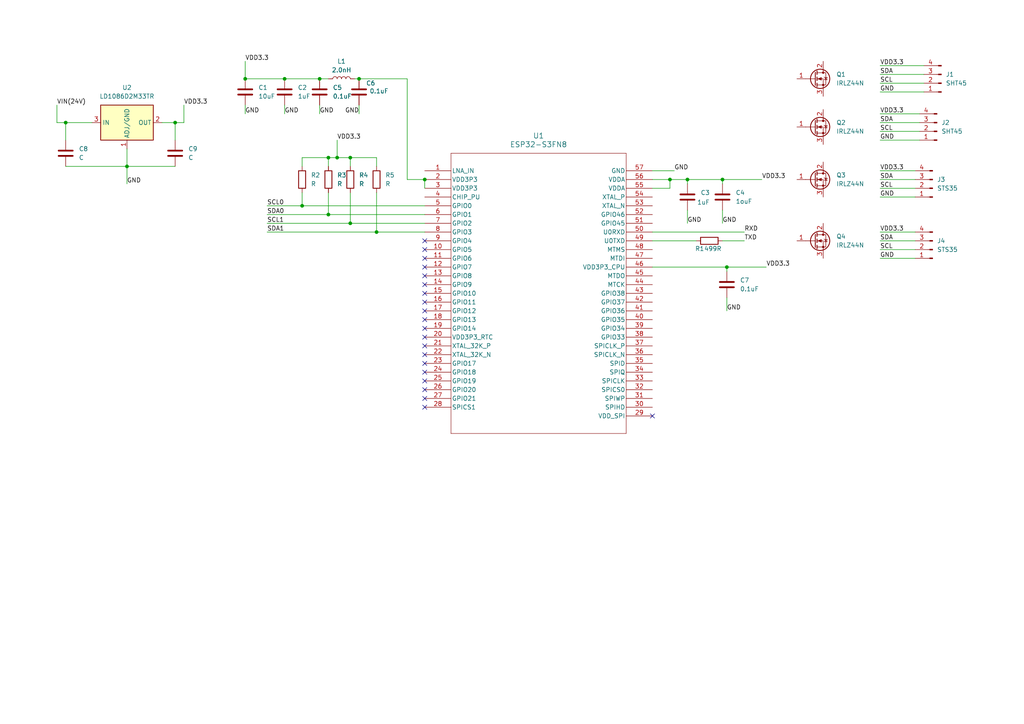
<source format=kicad_sch>
(kicad_sch
	(version 20231120)
	(generator "eeschema")
	(generator_version "8.0")
	(uuid "f9db0b71-d194-4812-9555-e5ff1053a28c")
	(paper "A4")
	(lib_symbols
		(symbol "Connector:Conn_01x04_Pin"
			(pin_names
				(offset 1.016) hide)
			(exclude_from_sim no)
			(in_bom yes)
			(on_board yes)
			(property "Reference" "J"
				(at 0 5.08 0)
				(effects
					(font
						(size 1.27 1.27)
					)
				)
			)
			(property "Value" "Conn_01x04_Pin"
				(at 0 -7.62 0)
				(effects
					(font
						(size 1.27 1.27)
					)
				)
			)
			(property "Footprint" ""
				(at 0 0 0)
				(effects
					(font
						(size 1.27 1.27)
					)
					(hide yes)
				)
			)
			(property "Datasheet" "~"
				(at 0 0 0)
				(effects
					(font
						(size 1.27 1.27)
					)
					(hide yes)
				)
			)
			(property "Description" "Generic connector, single row, 01x04, script generated"
				(at 0 0 0)
				(effects
					(font
						(size 1.27 1.27)
					)
					(hide yes)
				)
			)
			(property "ki_locked" ""
				(at 0 0 0)
				(effects
					(font
						(size 1.27 1.27)
					)
				)
			)
			(property "ki_keywords" "connector"
				(at 0 0 0)
				(effects
					(font
						(size 1.27 1.27)
					)
					(hide yes)
				)
			)
			(property "ki_fp_filters" "Connector*:*_1x??_*"
				(at 0 0 0)
				(effects
					(font
						(size 1.27 1.27)
					)
					(hide yes)
				)
			)
			(symbol "Conn_01x04_Pin_1_1"
				(polyline
					(pts
						(xy 1.27 -5.08) (xy 0.8636 -5.08)
					)
					(stroke
						(width 0.1524)
						(type default)
					)
					(fill
						(type none)
					)
				)
				(polyline
					(pts
						(xy 1.27 -2.54) (xy 0.8636 -2.54)
					)
					(stroke
						(width 0.1524)
						(type default)
					)
					(fill
						(type none)
					)
				)
				(polyline
					(pts
						(xy 1.27 0) (xy 0.8636 0)
					)
					(stroke
						(width 0.1524)
						(type default)
					)
					(fill
						(type none)
					)
				)
				(polyline
					(pts
						(xy 1.27 2.54) (xy 0.8636 2.54)
					)
					(stroke
						(width 0.1524)
						(type default)
					)
					(fill
						(type none)
					)
				)
				(rectangle
					(start 0.8636 -4.953)
					(end 0 -5.207)
					(stroke
						(width 0.1524)
						(type default)
					)
					(fill
						(type outline)
					)
				)
				(rectangle
					(start 0.8636 -2.413)
					(end 0 -2.667)
					(stroke
						(width 0.1524)
						(type default)
					)
					(fill
						(type outline)
					)
				)
				(rectangle
					(start 0.8636 0.127)
					(end 0 -0.127)
					(stroke
						(width 0.1524)
						(type default)
					)
					(fill
						(type outline)
					)
				)
				(rectangle
					(start 0.8636 2.667)
					(end 0 2.413)
					(stroke
						(width 0.1524)
						(type default)
					)
					(fill
						(type outline)
					)
				)
				(pin passive line
					(at 5.08 2.54 180)
					(length 3.81)
					(name "Pin_1"
						(effects
							(font
								(size 1.27 1.27)
							)
						)
					)
					(number "1"
						(effects
							(font
								(size 1.27 1.27)
							)
						)
					)
				)
				(pin passive line
					(at 5.08 0 180)
					(length 3.81)
					(name "Pin_2"
						(effects
							(font
								(size 1.27 1.27)
							)
						)
					)
					(number "2"
						(effects
							(font
								(size 1.27 1.27)
							)
						)
					)
				)
				(pin passive line
					(at 5.08 -2.54 180)
					(length 3.81)
					(name "Pin_3"
						(effects
							(font
								(size 1.27 1.27)
							)
						)
					)
					(number "3"
						(effects
							(font
								(size 1.27 1.27)
							)
						)
					)
				)
				(pin passive line
					(at 5.08 -5.08 180)
					(length 3.81)
					(name "Pin_4"
						(effects
							(font
								(size 1.27 1.27)
							)
						)
					)
					(number "4"
						(effects
							(font
								(size 1.27 1.27)
							)
						)
					)
				)
			)
		)
		(symbol "Device:C"
			(pin_numbers hide)
			(pin_names
				(offset 0.254)
			)
			(exclude_from_sim no)
			(in_bom yes)
			(on_board yes)
			(property "Reference" "C"
				(at 0.635 2.54 0)
				(effects
					(font
						(size 1.27 1.27)
					)
					(justify left)
				)
			)
			(property "Value" "C"
				(at 0.635 -2.54 0)
				(effects
					(font
						(size 1.27 1.27)
					)
					(justify left)
				)
			)
			(property "Footprint" ""
				(at 0.9652 -3.81 0)
				(effects
					(font
						(size 1.27 1.27)
					)
					(hide yes)
				)
			)
			(property "Datasheet" "~"
				(at 0 0 0)
				(effects
					(font
						(size 1.27 1.27)
					)
					(hide yes)
				)
			)
			(property "Description" "Unpolarized capacitor"
				(at 0 0 0)
				(effects
					(font
						(size 1.27 1.27)
					)
					(hide yes)
				)
			)
			(property "ki_keywords" "cap capacitor"
				(at 0 0 0)
				(effects
					(font
						(size 1.27 1.27)
					)
					(hide yes)
				)
			)
			(property "ki_fp_filters" "C_*"
				(at 0 0 0)
				(effects
					(font
						(size 1.27 1.27)
					)
					(hide yes)
				)
			)
			(symbol "C_0_1"
				(polyline
					(pts
						(xy -2.032 -0.762) (xy 2.032 -0.762)
					)
					(stroke
						(width 0.508)
						(type default)
					)
					(fill
						(type none)
					)
				)
				(polyline
					(pts
						(xy -2.032 0.762) (xy 2.032 0.762)
					)
					(stroke
						(width 0.508)
						(type default)
					)
					(fill
						(type none)
					)
				)
			)
			(symbol "C_1_1"
				(pin passive line
					(at 0 3.81 270)
					(length 2.794)
					(name "~"
						(effects
							(font
								(size 1.27 1.27)
							)
						)
					)
					(number "1"
						(effects
							(font
								(size 1.27 1.27)
							)
						)
					)
				)
				(pin passive line
					(at 0 -3.81 90)
					(length 2.794)
					(name "~"
						(effects
							(font
								(size 1.27 1.27)
							)
						)
					)
					(number "2"
						(effects
							(font
								(size 1.27 1.27)
							)
						)
					)
				)
			)
		)
		(symbol "Device:L"
			(pin_numbers hide)
			(pin_names
				(offset 1.016) hide)
			(exclude_from_sim no)
			(in_bom yes)
			(on_board yes)
			(property "Reference" "L"
				(at -1.27 0 90)
				(effects
					(font
						(size 1.27 1.27)
					)
				)
			)
			(property "Value" "L"
				(at 1.905 0 90)
				(effects
					(font
						(size 1.27 1.27)
					)
				)
			)
			(property "Footprint" ""
				(at 0 0 0)
				(effects
					(font
						(size 1.27 1.27)
					)
					(hide yes)
				)
			)
			(property "Datasheet" "~"
				(at 0 0 0)
				(effects
					(font
						(size 1.27 1.27)
					)
					(hide yes)
				)
			)
			(property "Description" "Inductor"
				(at 0 0 0)
				(effects
					(font
						(size 1.27 1.27)
					)
					(hide yes)
				)
			)
			(property "ki_keywords" "inductor choke coil reactor magnetic"
				(at 0 0 0)
				(effects
					(font
						(size 1.27 1.27)
					)
					(hide yes)
				)
			)
			(property "ki_fp_filters" "Choke_* *Coil* Inductor_* L_*"
				(at 0 0 0)
				(effects
					(font
						(size 1.27 1.27)
					)
					(hide yes)
				)
			)
			(symbol "L_0_1"
				(arc
					(start 0 -2.54)
					(mid 0.6323 -1.905)
					(end 0 -1.27)
					(stroke
						(width 0)
						(type default)
					)
					(fill
						(type none)
					)
				)
				(arc
					(start 0 -1.27)
					(mid 0.6323 -0.635)
					(end 0 0)
					(stroke
						(width 0)
						(type default)
					)
					(fill
						(type none)
					)
				)
				(arc
					(start 0 0)
					(mid 0.6323 0.635)
					(end 0 1.27)
					(stroke
						(width 0)
						(type default)
					)
					(fill
						(type none)
					)
				)
				(arc
					(start 0 1.27)
					(mid 0.6323 1.905)
					(end 0 2.54)
					(stroke
						(width 0)
						(type default)
					)
					(fill
						(type none)
					)
				)
			)
			(symbol "L_1_1"
				(pin passive line
					(at 0 3.81 270)
					(length 1.27)
					(name "1"
						(effects
							(font
								(size 1.27 1.27)
							)
						)
					)
					(number "1"
						(effects
							(font
								(size 1.27 1.27)
							)
						)
					)
				)
				(pin passive line
					(at 0 -3.81 90)
					(length 1.27)
					(name "2"
						(effects
							(font
								(size 1.27 1.27)
							)
						)
					)
					(number "2"
						(effects
							(font
								(size 1.27 1.27)
							)
						)
					)
				)
			)
		)
		(symbol "Device:R"
			(pin_numbers hide)
			(pin_names
				(offset 0)
			)
			(exclude_from_sim no)
			(in_bom yes)
			(on_board yes)
			(property "Reference" "R"
				(at 2.032 0 90)
				(effects
					(font
						(size 1.27 1.27)
					)
				)
			)
			(property "Value" "R"
				(at 0 0 90)
				(effects
					(font
						(size 1.27 1.27)
					)
				)
			)
			(property "Footprint" ""
				(at -1.778 0 90)
				(effects
					(font
						(size 1.27 1.27)
					)
					(hide yes)
				)
			)
			(property "Datasheet" "~"
				(at 0 0 0)
				(effects
					(font
						(size 1.27 1.27)
					)
					(hide yes)
				)
			)
			(property "Description" "Resistor"
				(at 0 0 0)
				(effects
					(font
						(size 1.27 1.27)
					)
					(hide yes)
				)
			)
			(property "ki_keywords" "R res resistor"
				(at 0 0 0)
				(effects
					(font
						(size 1.27 1.27)
					)
					(hide yes)
				)
			)
			(property "ki_fp_filters" "R_*"
				(at 0 0 0)
				(effects
					(font
						(size 1.27 1.27)
					)
					(hide yes)
				)
			)
			(symbol "R_0_1"
				(rectangle
					(start -1.016 -2.54)
					(end 1.016 2.54)
					(stroke
						(width 0.254)
						(type default)
					)
					(fill
						(type none)
					)
				)
			)
			(symbol "R_1_1"
				(pin passive line
					(at 0 3.81 270)
					(length 1.27)
					(name "~"
						(effects
							(font
								(size 1.27 1.27)
							)
						)
					)
					(number "1"
						(effects
							(font
								(size 1.27 1.27)
							)
						)
					)
				)
				(pin passive line
					(at 0 -3.81 90)
					(length 1.27)
					(name "~"
						(effects
							(font
								(size 1.27 1.27)
							)
						)
					)
					(number "2"
						(effects
							(font
								(size 1.27 1.27)
							)
						)
					)
				)
			)
		)
		(symbol "ESP32-S3FN8:ESP32-S3FN8"
			(pin_names
				(offset 0.254)
			)
			(exclude_from_sim no)
			(in_bom yes)
			(on_board yes)
			(property "Reference" "U"
				(at 33.02 10.16 0)
				(effects
					(font
						(size 1.524 1.524)
					)
				)
			)
			(property "Value" "ESP32-S3FN8"
				(at 33.02 7.62 0)
				(effects
					(font
						(size 1.524 1.524)
					)
				)
			)
			(property "Footprint" "QFN56_7X7_EXP"
				(at 0 0 0)
				(effects
					(font
						(size 1.27 1.27)
						(italic yes)
					)
					(hide yes)
				)
			)
			(property "Datasheet" "ESP32-S3FN8"
				(at 0 0 0)
				(effects
					(font
						(size 1.27 1.27)
						(italic yes)
					)
					(hide yes)
				)
			)
			(property "Description" ""
				(at 0 0 0)
				(effects
					(font
						(size 1.27 1.27)
					)
					(hide yes)
				)
			)
			(property "ki_locked" ""
				(at 0 0 0)
				(effects
					(font
						(size 1.27 1.27)
					)
				)
			)
			(property "ki_keywords" "ESP32-S3FN8"
				(at 0 0 0)
				(effects
					(font
						(size 1.27 1.27)
					)
					(hide yes)
				)
			)
			(property "ki_fp_filters" "QFN56_7X7_EXP QFN56_7X7_EXP-M QFN56_7X7_EXP-L"
				(at 0 0 0)
				(effects
					(font
						(size 1.27 1.27)
					)
					(hide yes)
				)
			)
			(symbol "ESP32-S3FN8_0_1"
				(polyline
					(pts
						(xy 7.62 -76.2) (xy 58.42 -76.2)
					)
					(stroke
						(width 0.127)
						(type default)
					)
					(fill
						(type none)
					)
				)
				(polyline
					(pts
						(xy 7.62 5.08) (xy 7.62 -76.2)
					)
					(stroke
						(width 0.127)
						(type default)
					)
					(fill
						(type none)
					)
				)
				(polyline
					(pts
						(xy 58.42 -76.2) (xy 58.42 5.08)
					)
					(stroke
						(width 0.127)
						(type default)
					)
					(fill
						(type none)
					)
				)
				(polyline
					(pts
						(xy 58.42 5.08) (xy 7.62 5.08)
					)
					(stroke
						(width 0.127)
						(type default)
					)
					(fill
						(type none)
					)
				)
				(pin bidirectional line
					(at 0 0 0)
					(length 7.62)
					(name "LNA_IN"
						(effects
							(font
								(size 1.27 1.27)
							)
						)
					)
					(number "1"
						(effects
							(font
								(size 1.27 1.27)
							)
						)
					)
				)
				(pin bidirectional line
					(at 0 -22.86 0)
					(length 7.62)
					(name "GPIO5"
						(effects
							(font
								(size 1.27 1.27)
							)
						)
					)
					(number "10"
						(effects
							(font
								(size 1.27 1.27)
							)
						)
					)
				)
				(pin bidirectional line
					(at 0 -25.4 0)
					(length 7.62)
					(name "GPIO6"
						(effects
							(font
								(size 1.27 1.27)
							)
						)
					)
					(number "11"
						(effects
							(font
								(size 1.27 1.27)
							)
						)
					)
				)
				(pin bidirectional line
					(at 0 -27.94 0)
					(length 7.62)
					(name "GPIO7"
						(effects
							(font
								(size 1.27 1.27)
							)
						)
					)
					(number "12"
						(effects
							(font
								(size 1.27 1.27)
							)
						)
					)
				)
				(pin bidirectional line
					(at 0 -30.48 0)
					(length 7.62)
					(name "GPIO8"
						(effects
							(font
								(size 1.27 1.27)
							)
						)
					)
					(number "13"
						(effects
							(font
								(size 1.27 1.27)
							)
						)
					)
				)
				(pin bidirectional line
					(at 0 -33.02 0)
					(length 7.62)
					(name "GPIO9"
						(effects
							(font
								(size 1.27 1.27)
							)
						)
					)
					(number "14"
						(effects
							(font
								(size 1.27 1.27)
							)
						)
					)
				)
				(pin bidirectional line
					(at 0 -35.56 0)
					(length 7.62)
					(name "GPIO10"
						(effects
							(font
								(size 1.27 1.27)
							)
						)
					)
					(number "15"
						(effects
							(font
								(size 1.27 1.27)
							)
						)
					)
				)
				(pin bidirectional line
					(at 0 -38.1 0)
					(length 7.62)
					(name "GPIO11"
						(effects
							(font
								(size 1.27 1.27)
							)
						)
					)
					(number "16"
						(effects
							(font
								(size 1.27 1.27)
							)
						)
					)
				)
				(pin bidirectional line
					(at 0 -40.64 0)
					(length 7.62)
					(name "GPIO12"
						(effects
							(font
								(size 1.27 1.27)
							)
						)
					)
					(number "17"
						(effects
							(font
								(size 1.27 1.27)
							)
						)
					)
				)
				(pin bidirectional line
					(at 0 -43.18 0)
					(length 7.62)
					(name "GPIO13"
						(effects
							(font
								(size 1.27 1.27)
							)
						)
					)
					(number "18"
						(effects
							(font
								(size 1.27 1.27)
							)
						)
					)
				)
				(pin bidirectional line
					(at 0 -45.72 0)
					(length 7.62)
					(name "GPIO14"
						(effects
							(font
								(size 1.27 1.27)
							)
						)
					)
					(number "19"
						(effects
							(font
								(size 1.27 1.27)
							)
						)
					)
				)
				(pin power_in line
					(at 0 -2.54 0)
					(length 7.62)
					(name "VDD3P3"
						(effects
							(font
								(size 1.27 1.27)
							)
						)
					)
					(number "2"
						(effects
							(font
								(size 1.27 1.27)
							)
						)
					)
				)
				(pin power_in line
					(at 0 -48.26 0)
					(length 7.62)
					(name "VDD3P3_RTC"
						(effects
							(font
								(size 1.27 1.27)
							)
						)
					)
					(number "20"
						(effects
							(font
								(size 1.27 1.27)
							)
						)
					)
				)
				(pin bidirectional line
					(at 0 -50.8 0)
					(length 7.62)
					(name "XTAL_32K_P"
						(effects
							(font
								(size 1.27 1.27)
							)
						)
					)
					(number "21"
						(effects
							(font
								(size 1.27 1.27)
							)
						)
					)
				)
				(pin bidirectional line
					(at 0 -53.34 0)
					(length 7.62)
					(name "XTAL_32K_N"
						(effects
							(font
								(size 1.27 1.27)
							)
						)
					)
					(number "22"
						(effects
							(font
								(size 1.27 1.27)
							)
						)
					)
				)
				(pin bidirectional line
					(at 0 -55.88 0)
					(length 7.62)
					(name "GPIO17"
						(effects
							(font
								(size 1.27 1.27)
							)
						)
					)
					(number "23"
						(effects
							(font
								(size 1.27 1.27)
							)
						)
					)
				)
				(pin bidirectional line
					(at 0 -58.42 0)
					(length 7.62)
					(name "GPIO18"
						(effects
							(font
								(size 1.27 1.27)
							)
						)
					)
					(number "24"
						(effects
							(font
								(size 1.27 1.27)
							)
						)
					)
				)
				(pin bidirectional line
					(at 0 -60.96 0)
					(length 7.62)
					(name "GPIO19"
						(effects
							(font
								(size 1.27 1.27)
							)
						)
					)
					(number "25"
						(effects
							(font
								(size 1.27 1.27)
							)
						)
					)
				)
				(pin bidirectional line
					(at 0 -63.5 0)
					(length 7.62)
					(name "GPIO20"
						(effects
							(font
								(size 1.27 1.27)
							)
						)
					)
					(number "26"
						(effects
							(font
								(size 1.27 1.27)
							)
						)
					)
				)
				(pin bidirectional line
					(at 0 -66.04 0)
					(length 7.62)
					(name "GPIO21"
						(effects
							(font
								(size 1.27 1.27)
							)
						)
					)
					(number "27"
						(effects
							(font
								(size 1.27 1.27)
							)
						)
					)
				)
				(pin bidirectional line
					(at 0 -68.58 0)
					(length 7.62)
					(name "SPICS1"
						(effects
							(font
								(size 1.27 1.27)
							)
						)
					)
					(number "28"
						(effects
							(font
								(size 1.27 1.27)
							)
						)
					)
				)
				(pin power_in line
					(at 66.04 -71.12 180)
					(length 7.62)
					(name "VDD_SPI"
						(effects
							(font
								(size 1.27 1.27)
							)
						)
					)
					(number "29"
						(effects
							(font
								(size 1.27 1.27)
							)
						)
					)
				)
				(pin power_in line
					(at 0 -5.08 0)
					(length 7.62)
					(name "VDD3P3"
						(effects
							(font
								(size 1.27 1.27)
							)
						)
					)
					(number "3"
						(effects
							(font
								(size 1.27 1.27)
							)
						)
					)
				)
				(pin bidirectional line
					(at 66.04 -68.58 180)
					(length 7.62)
					(name "SPIHD"
						(effects
							(font
								(size 1.27 1.27)
							)
						)
					)
					(number "30"
						(effects
							(font
								(size 1.27 1.27)
							)
						)
					)
				)
				(pin bidirectional line
					(at 66.04 -66.04 180)
					(length 7.62)
					(name "SPIWP"
						(effects
							(font
								(size 1.27 1.27)
							)
						)
					)
					(number "31"
						(effects
							(font
								(size 1.27 1.27)
							)
						)
					)
				)
				(pin bidirectional line
					(at 66.04 -63.5 180)
					(length 7.62)
					(name "SPICS0"
						(effects
							(font
								(size 1.27 1.27)
							)
						)
					)
					(number "32"
						(effects
							(font
								(size 1.27 1.27)
							)
						)
					)
				)
				(pin bidirectional line
					(at 66.04 -60.96 180)
					(length 7.62)
					(name "SPICLK"
						(effects
							(font
								(size 1.27 1.27)
							)
						)
					)
					(number "33"
						(effects
							(font
								(size 1.27 1.27)
							)
						)
					)
				)
				(pin bidirectional line
					(at 66.04 -58.42 180)
					(length 7.62)
					(name "SPIQ"
						(effects
							(font
								(size 1.27 1.27)
							)
						)
					)
					(number "34"
						(effects
							(font
								(size 1.27 1.27)
							)
						)
					)
				)
				(pin bidirectional line
					(at 66.04 -55.88 180)
					(length 7.62)
					(name "SPID"
						(effects
							(font
								(size 1.27 1.27)
							)
						)
					)
					(number "35"
						(effects
							(font
								(size 1.27 1.27)
							)
						)
					)
				)
				(pin bidirectional line
					(at 66.04 -53.34 180)
					(length 7.62)
					(name "SPICLK_N"
						(effects
							(font
								(size 1.27 1.27)
							)
						)
					)
					(number "36"
						(effects
							(font
								(size 1.27 1.27)
							)
						)
					)
				)
				(pin bidirectional line
					(at 66.04 -50.8 180)
					(length 7.62)
					(name "SPICLK_P"
						(effects
							(font
								(size 1.27 1.27)
							)
						)
					)
					(number "37"
						(effects
							(font
								(size 1.27 1.27)
							)
						)
					)
				)
				(pin bidirectional line
					(at 66.04 -48.26 180)
					(length 7.62)
					(name "GPIO33"
						(effects
							(font
								(size 1.27 1.27)
							)
						)
					)
					(number "38"
						(effects
							(font
								(size 1.27 1.27)
							)
						)
					)
				)
				(pin bidirectional line
					(at 66.04 -45.72 180)
					(length 7.62)
					(name "GPIO34"
						(effects
							(font
								(size 1.27 1.27)
							)
						)
					)
					(number "39"
						(effects
							(font
								(size 1.27 1.27)
							)
						)
					)
				)
				(pin input line
					(at 0 -7.62 0)
					(length 7.62)
					(name "CHIP_PU"
						(effects
							(font
								(size 1.27 1.27)
							)
						)
					)
					(number "4"
						(effects
							(font
								(size 1.27 1.27)
							)
						)
					)
				)
				(pin bidirectional line
					(at 66.04 -43.18 180)
					(length 7.62)
					(name "GPIO35"
						(effects
							(font
								(size 1.27 1.27)
							)
						)
					)
					(number "40"
						(effects
							(font
								(size 1.27 1.27)
							)
						)
					)
				)
				(pin bidirectional line
					(at 66.04 -40.64 180)
					(length 7.62)
					(name "GPIO36"
						(effects
							(font
								(size 1.27 1.27)
							)
						)
					)
					(number "41"
						(effects
							(font
								(size 1.27 1.27)
							)
						)
					)
				)
				(pin bidirectional line
					(at 66.04 -38.1 180)
					(length 7.62)
					(name "GPIO37"
						(effects
							(font
								(size 1.27 1.27)
							)
						)
					)
					(number "42"
						(effects
							(font
								(size 1.27 1.27)
							)
						)
					)
				)
				(pin bidirectional line
					(at 66.04 -35.56 180)
					(length 7.62)
					(name "GPIO38"
						(effects
							(font
								(size 1.27 1.27)
							)
						)
					)
					(number "43"
						(effects
							(font
								(size 1.27 1.27)
							)
						)
					)
				)
				(pin bidirectional line
					(at 66.04 -33.02 180)
					(length 7.62)
					(name "MTCK"
						(effects
							(font
								(size 1.27 1.27)
							)
						)
					)
					(number "44"
						(effects
							(font
								(size 1.27 1.27)
							)
						)
					)
				)
				(pin bidirectional line
					(at 66.04 -30.48 180)
					(length 7.62)
					(name "MTDO"
						(effects
							(font
								(size 1.27 1.27)
							)
						)
					)
					(number "45"
						(effects
							(font
								(size 1.27 1.27)
							)
						)
					)
				)
				(pin power_in line
					(at 66.04 -27.94 180)
					(length 7.62)
					(name "VDD3P3_CPU"
						(effects
							(font
								(size 1.27 1.27)
							)
						)
					)
					(number "46"
						(effects
							(font
								(size 1.27 1.27)
							)
						)
					)
				)
				(pin bidirectional line
					(at 66.04 -25.4 180)
					(length 7.62)
					(name "MTDI"
						(effects
							(font
								(size 1.27 1.27)
							)
						)
					)
					(number "47"
						(effects
							(font
								(size 1.27 1.27)
							)
						)
					)
				)
				(pin bidirectional line
					(at 66.04 -22.86 180)
					(length 7.62)
					(name "MTMS"
						(effects
							(font
								(size 1.27 1.27)
							)
						)
					)
					(number "48"
						(effects
							(font
								(size 1.27 1.27)
							)
						)
					)
				)
				(pin bidirectional line
					(at 66.04 -20.32 180)
					(length 7.62)
					(name "U0TXD"
						(effects
							(font
								(size 1.27 1.27)
							)
						)
					)
					(number "49"
						(effects
							(font
								(size 1.27 1.27)
							)
						)
					)
				)
				(pin bidirectional line
					(at 0 -10.16 0)
					(length 7.62)
					(name "GPIO0"
						(effects
							(font
								(size 1.27 1.27)
							)
						)
					)
					(number "5"
						(effects
							(font
								(size 1.27 1.27)
							)
						)
					)
				)
				(pin bidirectional line
					(at 66.04 -17.78 180)
					(length 7.62)
					(name "U0RXD"
						(effects
							(font
								(size 1.27 1.27)
							)
						)
					)
					(number "50"
						(effects
							(font
								(size 1.27 1.27)
							)
						)
					)
				)
				(pin bidirectional line
					(at 66.04 -15.24 180)
					(length 7.62)
					(name "GPIO45"
						(effects
							(font
								(size 1.27 1.27)
							)
						)
					)
					(number "51"
						(effects
							(font
								(size 1.27 1.27)
							)
						)
					)
				)
				(pin bidirectional line
					(at 66.04 -12.7 180)
					(length 7.62)
					(name "GPIO46"
						(effects
							(font
								(size 1.27 1.27)
							)
						)
					)
					(number "52"
						(effects
							(font
								(size 1.27 1.27)
							)
						)
					)
				)
				(pin output line
					(at 66.04 -10.16 180)
					(length 7.62)
					(name "XTAL_N"
						(effects
							(font
								(size 1.27 1.27)
							)
						)
					)
					(number "53"
						(effects
							(font
								(size 1.27 1.27)
							)
						)
					)
				)
				(pin input line
					(at 66.04 -7.62 180)
					(length 7.62)
					(name "XTAL_P"
						(effects
							(font
								(size 1.27 1.27)
							)
						)
					)
					(number "54"
						(effects
							(font
								(size 1.27 1.27)
							)
						)
					)
				)
				(pin power_in line
					(at 66.04 -5.08 180)
					(length 7.62)
					(name "VDDA"
						(effects
							(font
								(size 1.27 1.27)
							)
						)
					)
					(number "55"
						(effects
							(font
								(size 1.27 1.27)
							)
						)
					)
				)
				(pin power_in line
					(at 66.04 -2.54 180)
					(length 7.62)
					(name "VDDA"
						(effects
							(font
								(size 1.27 1.27)
							)
						)
					)
					(number "56"
						(effects
							(font
								(size 1.27 1.27)
							)
						)
					)
				)
				(pin power_out line
					(at 66.04 0 180)
					(length 7.62)
					(name "GND"
						(effects
							(font
								(size 1.27 1.27)
							)
						)
					)
					(number "57"
						(effects
							(font
								(size 1.27 1.27)
							)
						)
					)
				)
				(pin bidirectional line
					(at 0 -12.7 0)
					(length 7.62)
					(name "GPIO1"
						(effects
							(font
								(size 1.27 1.27)
							)
						)
					)
					(number "6"
						(effects
							(font
								(size 1.27 1.27)
							)
						)
					)
				)
				(pin bidirectional line
					(at 0 -15.24 0)
					(length 7.62)
					(name "GPIO2"
						(effects
							(font
								(size 1.27 1.27)
							)
						)
					)
					(number "7"
						(effects
							(font
								(size 1.27 1.27)
							)
						)
					)
				)
				(pin bidirectional line
					(at 0 -17.78 0)
					(length 7.62)
					(name "GPIO3"
						(effects
							(font
								(size 1.27 1.27)
							)
						)
					)
					(number "8"
						(effects
							(font
								(size 1.27 1.27)
							)
						)
					)
				)
				(pin bidirectional line
					(at 0 -20.32 0)
					(length 7.62)
					(name "GPIO4"
						(effects
							(font
								(size 1.27 1.27)
							)
						)
					)
					(number "9"
						(effects
							(font
								(size 1.27 1.27)
							)
						)
					)
				)
			)
		)
		(symbol "Regulator_Linear:LD1086D2M33TR"
			(exclude_from_sim no)
			(in_bom yes)
			(on_board yes)
			(property "Reference" "U"
				(at 0 10.16 0)
				(effects
					(font
						(size 1.27 1.27)
					)
				)
			)
			(property "Value" "LD1086D2M33TR"
				(at 0 7.62 0)
				(effects
					(font
						(size 1.27 1.27)
					)
				)
			)
			(property "Footprint" "Package_TO_SOT_SMD:TO-263-3_TabPin2"
				(at 0 12.7 0)
				(effects
					(font
						(size 1.27 1.27)
					)
					(hide yes)
				)
			)
			(property "Datasheet" "https://www.st.com/resource/en/datasheet/ld1086.pdf"
				(at 0 12.7 0)
				(effects
					(font
						(size 1.27 1.27)
					)
					(hide yes)
				)
			)
			(property "Description" "Positive, 1.5A 30V, Linear Regulator, Fixed Output 3.3V, TO-263"
				(at 0 0 0)
				(effects
					(font
						(size 1.27 1.27)
					)
					(hide yes)
				)
			)
			(property "ki_keywords" "Linear Regulator 1.5A Fixed Output"
				(at 0 0 0)
				(effects
					(font
						(size 1.27 1.27)
					)
					(hide yes)
				)
			)
			(property "ki_fp_filters" "TO?263*TabPin2*"
				(at 0 0 0)
				(effects
					(font
						(size 1.27 1.27)
					)
					(hide yes)
				)
			)
			(symbol "LD1086D2M33TR_1_1"
				(rectangle
					(start -7.62 -5.08)
					(end 7.62 5.08)
					(stroke
						(width 0.254)
						(type default)
					)
					(fill
						(type background)
					)
				)
				(pin input line
					(at 0 -7.62 90)
					(length 2.54)
					(name "ADJ/GND"
						(effects
							(font
								(size 1.27 1.27)
							)
						)
					)
					(number "1"
						(effects
							(font
								(size 1.27 1.27)
							)
						)
					)
				)
				(pin power_out line
					(at 10.16 0 180)
					(length 2.54)
					(name "OUT"
						(effects
							(font
								(size 1.27 1.27)
							)
						)
					)
					(number "2"
						(effects
							(font
								(size 1.27 1.27)
							)
						)
					)
				)
				(pin power_in line
					(at -10.16 0 0)
					(length 2.54)
					(name "IN"
						(effects
							(font
								(size 1.27 1.27)
							)
						)
					)
					(number "3"
						(effects
							(font
								(size 1.27 1.27)
							)
						)
					)
				)
			)
		)
		(symbol "Transistor_FET:IRLZ44N"
			(pin_names hide)
			(exclude_from_sim no)
			(in_bom yes)
			(on_board yes)
			(property "Reference" "Q"
				(at 5.08 1.905 0)
				(effects
					(font
						(size 1.27 1.27)
					)
					(justify left)
				)
			)
			(property "Value" "IRLZ44N"
				(at 5.08 0 0)
				(effects
					(font
						(size 1.27 1.27)
					)
					(justify left)
				)
			)
			(property "Footprint" "Package_TO_SOT_THT:TO-220-3_Vertical"
				(at 5.08 -1.905 0)
				(effects
					(font
						(size 1.27 1.27)
						(italic yes)
					)
					(justify left)
					(hide yes)
				)
			)
			(property "Datasheet" "http://www.irf.com/product-info/datasheets/data/irlz44n.pdf"
				(at 5.08 -3.81 0)
				(effects
					(font
						(size 1.27 1.27)
					)
					(justify left)
					(hide yes)
				)
			)
			(property "Description" "47A Id, 55V Vds, 22mOhm Rds Single N-Channel HEXFET Power MOSFET, TO-220AB"
				(at 0 0 0)
				(effects
					(font
						(size 1.27 1.27)
					)
					(hide yes)
				)
			)
			(property "ki_keywords" "N-Channel HEXFET MOSFET Logic-Level"
				(at 0 0 0)
				(effects
					(font
						(size 1.27 1.27)
					)
					(hide yes)
				)
			)
			(property "ki_fp_filters" "TO?220*"
				(at 0 0 0)
				(effects
					(font
						(size 1.27 1.27)
					)
					(hide yes)
				)
			)
			(symbol "IRLZ44N_0_1"
				(polyline
					(pts
						(xy 0.254 0) (xy -2.54 0)
					)
					(stroke
						(width 0)
						(type default)
					)
					(fill
						(type none)
					)
				)
				(polyline
					(pts
						(xy 0.254 1.905) (xy 0.254 -1.905)
					)
					(stroke
						(width 0.254)
						(type default)
					)
					(fill
						(type none)
					)
				)
				(polyline
					(pts
						(xy 0.762 -1.27) (xy 0.762 -2.286)
					)
					(stroke
						(width 0.254)
						(type default)
					)
					(fill
						(type none)
					)
				)
				(polyline
					(pts
						(xy 0.762 0.508) (xy 0.762 -0.508)
					)
					(stroke
						(width 0.254)
						(type default)
					)
					(fill
						(type none)
					)
				)
				(polyline
					(pts
						(xy 0.762 2.286) (xy 0.762 1.27)
					)
					(stroke
						(width 0.254)
						(type default)
					)
					(fill
						(type none)
					)
				)
				(polyline
					(pts
						(xy 2.54 2.54) (xy 2.54 1.778)
					)
					(stroke
						(width 0)
						(type default)
					)
					(fill
						(type none)
					)
				)
				(polyline
					(pts
						(xy 2.54 -2.54) (xy 2.54 0) (xy 0.762 0)
					)
					(stroke
						(width 0)
						(type default)
					)
					(fill
						(type none)
					)
				)
				(polyline
					(pts
						(xy 0.762 -1.778) (xy 3.302 -1.778) (xy 3.302 1.778) (xy 0.762 1.778)
					)
					(stroke
						(width 0)
						(type default)
					)
					(fill
						(type none)
					)
				)
				(polyline
					(pts
						(xy 1.016 0) (xy 2.032 0.381) (xy 2.032 -0.381) (xy 1.016 0)
					)
					(stroke
						(width 0)
						(type default)
					)
					(fill
						(type outline)
					)
				)
				(polyline
					(pts
						(xy 2.794 0.508) (xy 2.921 0.381) (xy 3.683 0.381) (xy 3.81 0.254)
					)
					(stroke
						(width 0)
						(type default)
					)
					(fill
						(type none)
					)
				)
				(polyline
					(pts
						(xy 3.302 0.381) (xy 2.921 -0.254) (xy 3.683 -0.254) (xy 3.302 0.381)
					)
					(stroke
						(width 0)
						(type default)
					)
					(fill
						(type none)
					)
				)
				(circle
					(center 1.651 0)
					(radius 2.794)
					(stroke
						(width 0.254)
						(type default)
					)
					(fill
						(type none)
					)
				)
				(circle
					(center 2.54 -1.778)
					(radius 0.254)
					(stroke
						(width 0)
						(type default)
					)
					(fill
						(type outline)
					)
				)
				(circle
					(center 2.54 1.778)
					(radius 0.254)
					(stroke
						(width 0)
						(type default)
					)
					(fill
						(type outline)
					)
				)
			)
			(symbol "IRLZ44N_1_1"
				(pin input line
					(at -5.08 0 0)
					(length 2.54)
					(name "G"
						(effects
							(font
								(size 1.27 1.27)
							)
						)
					)
					(number "1"
						(effects
							(font
								(size 1.27 1.27)
							)
						)
					)
				)
				(pin passive line
					(at 2.54 5.08 270)
					(length 2.54)
					(name "D"
						(effects
							(font
								(size 1.27 1.27)
							)
						)
					)
					(number "2"
						(effects
							(font
								(size 1.27 1.27)
							)
						)
					)
				)
				(pin passive line
					(at 2.54 -5.08 90)
					(length 2.54)
					(name "S"
						(effects
							(font
								(size 1.27 1.27)
							)
						)
					)
					(number "3"
						(effects
							(font
								(size 1.27 1.27)
							)
						)
					)
				)
			)
		)
	)
	(junction
		(at 36.83 48.26)
		(diameter 0)
		(color 0 0 0 0)
		(uuid "24735f27-5866-4a12-b296-15c0c26b83c5")
	)
	(junction
		(at 210.82 77.47)
		(diameter 0)
		(color 0 0 0 0)
		(uuid "26acef6c-3dc2-444a-849e-ebc31f35a135")
	)
	(junction
		(at 97.79 45.72)
		(diameter 0)
		(color 0 0 0 0)
		(uuid "2beb74a1-a0d4-4e66-9e35-dff7ad423f79")
	)
	(junction
		(at 95.25 62.23)
		(diameter 0)
		(color 0 0 0 0)
		(uuid "30b185df-bae4-4efa-a3e3-9093de7efb58")
	)
	(junction
		(at 95.25 45.72)
		(diameter 0)
		(color 0 0 0 0)
		(uuid "48f9ab29-b6f2-4ac2-82f5-776874b6216a")
	)
	(junction
		(at 101.6 64.77)
		(diameter 0)
		(color 0 0 0 0)
		(uuid "4ae7cabf-5b63-4596-9cee-a5be5b708015")
	)
	(junction
		(at 101.6 45.72)
		(diameter 0)
		(color 0 0 0 0)
		(uuid "54caf454-79e9-40ad-9bee-db3e87f76005")
	)
	(junction
		(at 19.05 35.56)
		(diameter 0)
		(color 0 0 0 0)
		(uuid "59589d74-8e3c-453f-8b2a-34bda7f37bed")
	)
	(junction
		(at 109.22 67.31)
		(diameter 0)
		(color 0 0 0 0)
		(uuid "6032b603-fec4-498b-b3c8-61650b8fb5ab")
	)
	(junction
		(at 87.63 59.69)
		(diameter 0)
		(color 0 0 0 0)
		(uuid "667ed4e3-b891-4af8-a913-92a5883afc7e")
	)
	(junction
		(at 50.8 35.56)
		(diameter 0)
		(color 0 0 0 0)
		(uuid "7fe22e0f-fb69-4bc4-8451-14934f788ad2")
	)
	(junction
		(at 209.55 52.07)
		(diameter 0)
		(color 0 0 0 0)
		(uuid "88fd3ca6-8e15-409b-847f-eae2161d3e8d")
	)
	(junction
		(at 71.12 22.86)
		(diameter 0)
		(color 0 0 0 0)
		(uuid "8ab90d8a-fb0b-4ce0-a96f-dd5f6e58bb33")
	)
	(junction
		(at 199.39 52.07)
		(diameter 0)
		(color 0 0 0 0)
		(uuid "8f5b828d-866e-4861-834d-94379ad40108")
	)
	(junction
		(at 123.19 52.07)
		(diameter 0)
		(color 0 0 0 0)
		(uuid "b20efa3a-0b45-439d-83da-f9a707ebf8a1")
	)
	(junction
		(at 92.71 22.86)
		(diameter 0)
		(color 0 0 0 0)
		(uuid "ce7fc618-3a9b-4399-bc65-dfd8470feed4")
	)
	(junction
		(at 104.14 22.86)
		(diameter 0)
		(color 0 0 0 0)
		(uuid "d2be9450-788c-4671-b67b-9149f4a3aaa7")
	)
	(junction
		(at 194.31 52.07)
		(diameter 0)
		(color 0 0 0 0)
		(uuid "e892a94b-2fd4-4384-82ac-f2f79410eae0")
	)
	(junction
		(at 82.55 22.86)
		(diameter 0)
		(color 0 0 0 0)
		(uuid "f48e9dde-bc8a-4498-b2d7-30b92040f2a4")
	)
	(no_connect
		(at 123.19 105.41)
		(uuid "03566a32-1181-45f0-9b2e-68727108eb30")
	)
	(no_connect
		(at 123.19 92.71)
		(uuid "122dd022-b6e8-4400-9e91-e09957490a48")
	)
	(no_connect
		(at 123.19 72.39)
		(uuid "210a410f-feb0-451e-93aa-a1fea6a5977f")
	)
	(no_connect
		(at 123.19 102.87)
		(uuid "279bfc38-116e-49f5-9968-79b16265c7dc")
	)
	(no_connect
		(at 123.19 74.93)
		(uuid "53eb2b66-30bf-4b4b-93e7-e697d42fb944")
	)
	(no_connect
		(at 123.19 100.33)
		(uuid "54bbbb16-e3f0-41fb-b646-8426be678571")
	)
	(no_connect
		(at 123.19 77.47)
		(uuid "5575ef9f-b7ba-414a-818b-7b3b13c482d7")
	)
	(no_connect
		(at 123.19 113.03)
		(uuid "58058004-7e48-4b4f-9f88-c6faa787246b")
	)
	(no_connect
		(at 123.19 97.79)
		(uuid "64663ee1-7981-4488-ad22-7beff15cfb59")
	)
	(no_connect
		(at 123.19 107.95)
		(uuid "70a096ed-503e-4f08-b266-a998c49afcf1")
	)
	(no_connect
		(at 123.19 69.85)
		(uuid "7cb9b2b8-fd17-4cd5-ade9-e68268ed4ad4")
	)
	(no_connect
		(at 123.19 118.11)
		(uuid "7ea531b9-422f-4f73-8365-c6b7c844745d")
	)
	(no_connect
		(at 189.23 120.65)
		(uuid "85d22a73-28c6-408d-854a-e11892da7056")
	)
	(no_connect
		(at 123.19 90.17)
		(uuid "8f3fdee8-7ce4-4c83-9fed-54b37710fcdc")
	)
	(no_connect
		(at 123.19 95.25)
		(uuid "961f2209-5dc5-4cdd-b0d6-7dd0570e51b8")
	)
	(no_connect
		(at 123.19 80.01)
		(uuid "9dcad79e-ee10-46bb-ac74-8d06d46636c2")
	)
	(no_connect
		(at 123.19 87.63)
		(uuid "ba179aa5-dc9a-4314-9b4f-07bc94afd758")
	)
	(no_connect
		(at 123.19 110.49)
		(uuid "c4d7499c-43a3-486a-9991-3ea610e839ba")
	)
	(no_connect
		(at 123.19 82.55)
		(uuid "c5fa858e-15fe-416a-bd96-394f656eb5cb")
	)
	(no_connect
		(at 123.19 115.57)
		(uuid "e02fa1f0-9ca3-4ebd-83ed-48c385ea5b3b")
	)
	(no_connect
		(at 123.19 85.09)
		(uuid "fde01ce8-92a0-422d-8114-3b9d0581a2e8")
	)
	(wire
		(pts
			(xy 189.23 77.47) (xy 210.82 77.47)
		)
		(stroke
			(width 0)
			(type default)
		)
		(uuid "04374c2f-4589-495e-bddc-dae4f3ee3150")
	)
	(wire
		(pts
			(xy 109.22 55.88) (xy 109.22 67.31)
		)
		(stroke
			(width 0)
			(type default)
		)
		(uuid "0862f3f0-ae08-47ad-adcd-cccd51484571")
	)
	(wire
		(pts
			(xy 102.87 22.86) (xy 104.14 22.86)
		)
		(stroke
			(width 0)
			(type default)
		)
		(uuid "0a2537ca-e3cf-4f4e-b463-8c212eb35ee3")
	)
	(wire
		(pts
			(xy 46.99 35.56) (xy 50.8 35.56)
		)
		(stroke
			(width 0)
			(type default)
		)
		(uuid "0fb9e904-19db-4fe5-a94f-9189203246cb")
	)
	(wire
		(pts
			(xy 194.31 54.61) (xy 194.31 52.07)
		)
		(stroke
			(width 0)
			(type default)
		)
		(uuid "104f024e-3b16-419d-96e1-4594535b9472")
	)
	(wire
		(pts
			(xy 97.79 40.64) (xy 97.79 45.72)
		)
		(stroke
			(width 0)
			(type default)
		)
		(uuid "137f87fc-e0ec-4899-8d2c-e50915d74450")
	)
	(wire
		(pts
			(xy 16.51 35.56) (xy 19.05 35.56)
		)
		(stroke
			(width 0)
			(type default)
		)
		(uuid "1531b208-303a-432d-93b7-08153c094bc7")
	)
	(wire
		(pts
			(xy 199.39 60.96) (xy 199.39 64.77)
		)
		(stroke
			(width 0)
			(type default)
		)
		(uuid "15396816-6165-44f7-abf9-79e61cf2b78e")
	)
	(wire
		(pts
			(xy 255.27 33.02) (xy 266.7 33.02)
		)
		(stroke
			(width 0)
			(type default)
		)
		(uuid "16df28ea-2891-4e1b-a9d0-13ff7f21a4a4")
	)
	(wire
		(pts
			(xy 209.55 52.07) (xy 220.98 52.07)
		)
		(stroke
			(width 0)
			(type default)
		)
		(uuid "1d40ec81-3efb-47ac-b87b-dc53cf5512a8")
	)
	(wire
		(pts
			(xy 16.51 30.48) (xy 16.51 35.56)
		)
		(stroke
			(width 0)
			(type default)
		)
		(uuid "1d752bb5-abca-4928-9fce-44716e8178c8")
	)
	(wire
		(pts
			(xy 77.47 67.31) (xy 109.22 67.31)
		)
		(stroke
			(width 0)
			(type default)
		)
		(uuid "21e78b5a-8dc2-4d62-87ad-4ad198368ab3")
	)
	(wire
		(pts
			(xy 82.55 22.86) (xy 92.71 22.86)
		)
		(stroke
			(width 0)
			(type default)
		)
		(uuid "2245714f-4140-49e1-8db3-82c38cc425a7")
	)
	(wire
		(pts
			(xy 101.6 55.88) (xy 101.6 64.77)
		)
		(stroke
			(width 0)
			(type default)
		)
		(uuid "24e79fa8-b4ce-4b4f-a5e7-e4e5854642b0")
	)
	(wire
		(pts
			(xy 71.12 30.48) (xy 71.12 33.02)
		)
		(stroke
			(width 0)
			(type default)
		)
		(uuid "28f3a89f-c2f3-43a2-ac3c-190547e530fc")
	)
	(wire
		(pts
			(xy 87.63 48.26) (xy 87.63 45.72)
		)
		(stroke
			(width 0)
			(type default)
		)
		(uuid "29a3c42c-c6fc-4053-a2d8-8196f15d6d1c")
	)
	(wire
		(pts
			(xy 189.23 52.07) (xy 194.31 52.07)
		)
		(stroke
			(width 0)
			(type default)
		)
		(uuid "2e8ab3ec-79d8-4079-ab53-a4d856c874f7")
	)
	(wire
		(pts
			(xy 19.05 35.56) (xy 26.67 35.56)
		)
		(stroke
			(width 0)
			(type default)
		)
		(uuid "356e62ff-d1c2-41a6-a94a-d7916b0787e7")
	)
	(wire
		(pts
			(xy 209.55 52.07) (xy 209.55 53.34)
		)
		(stroke
			(width 0)
			(type default)
		)
		(uuid "43132200-020c-4a2c-819f-87d19eaa72bf")
	)
	(wire
		(pts
			(xy 77.47 59.69) (xy 87.63 59.69)
		)
		(stroke
			(width 0)
			(type default)
		)
		(uuid "49055112-4a59-4bf5-b585-5e3a0883a288")
	)
	(wire
		(pts
			(xy 118.11 22.86) (xy 118.11 52.07)
		)
		(stroke
			(width 0)
			(type default)
		)
		(uuid "50c4ddf3-9431-4c1d-9912-c5c44a96f9ae")
	)
	(wire
		(pts
			(xy 109.22 67.31) (xy 123.19 67.31)
		)
		(stroke
			(width 0)
			(type default)
		)
		(uuid "568f7de9-a42d-4b67-98a7-7d08dea0eb33")
	)
	(wire
		(pts
			(xy 87.63 55.88) (xy 87.63 59.69)
		)
		(stroke
			(width 0)
			(type default)
		)
		(uuid "56f9307c-74a2-414e-952b-3443e7c8cc83")
	)
	(wire
		(pts
			(xy 255.27 67.31) (xy 265.43 67.31)
		)
		(stroke
			(width 0)
			(type default)
		)
		(uuid "58d93c70-859d-45d7-b59a-d37873d7e8be")
	)
	(wire
		(pts
			(xy 189.23 69.85) (xy 201.93 69.85)
		)
		(stroke
			(width 0)
			(type default)
		)
		(uuid "60bddc5c-52ef-4612-9c05-2cf9272cdb0c")
	)
	(wire
		(pts
			(xy 19.05 48.26) (xy 36.83 48.26)
		)
		(stroke
			(width 0)
			(type default)
		)
		(uuid "62a7d9f4-ee62-496b-a5d7-678c31d2018f")
	)
	(wire
		(pts
			(xy 82.55 30.48) (xy 82.55 33.02)
		)
		(stroke
			(width 0)
			(type default)
		)
		(uuid "6524ab5f-8c77-4534-80b8-92ef8d00d664")
	)
	(wire
		(pts
			(xy 95.25 55.88) (xy 95.25 62.23)
		)
		(stroke
			(width 0)
			(type default)
		)
		(uuid "6ad4d859-4643-4169-be45-7ab0cb5d19f4")
	)
	(wire
		(pts
			(xy 71.12 22.86) (xy 82.55 22.86)
		)
		(stroke
			(width 0)
			(type default)
		)
		(uuid "6f83abeb-fef8-4b6a-aefa-a4b01d3404ed")
	)
	(wire
		(pts
			(xy 255.27 57.15) (xy 265.43 57.15)
		)
		(stroke
			(width 0)
			(type default)
		)
		(uuid "71b76671-e4f3-4d26-ab60-96948216f67c")
	)
	(wire
		(pts
			(xy 255.27 49.53) (xy 265.43 49.53)
		)
		(stroke
			(width 0)
			(type default)
		)
		(uuid "75b06469-85fb-4b06-8c4f-a9d871864f64")
	)
	(wire
		(pts
			(xy 36.83 43.18) (xy 36.83 48.26)
		)
		(stroke
			(width 0)
			(type default)
		)
		(uuid "7a03e84d-8bbb-4758-8e71-1169d4cc7045")
	)
	(wire
		(pts
			(xy 255.27 24.13) (xy 267.97 24.13)
		)
		(stroke
			(width 0)
			(type default)
		)
		(uuid "7b9b5ead-abcc-4c13-b00d-a82e4d3eaf7f")
	)
	(wire
		(pts
			(xy 95.25 62.23) (xy 123.19 62.23)
		)
		(stroke
			(width 0)
			(type default)
		)
		(uuid "7c770888-db78-451f-8144-5d4b27178589")
	)
	(wire
		(pts
			(xy 92.71 22.86) (xy 95.25 22.86)
		)
		(stroke
			(width 0)
			(type default)
		)
		(uuid "7cc912bd-8086-4e9d-a6cc-c5b8025e3afc")
	)
	(wire
		(pts
			(xy 71.12 17.78) (xy 71.12 22.86)
		)
		(stroke
			(width 0)
			(type default)
		)
		(uuid "7dc852ee-aa6a-4f77-99d4-751faaf35150")
	)
	(wire
		(pts
			(xy 50.8 35.56) (xy 50.8 40.64)
		)
		(stroke
			(width 0)
			(type default)
		)
		(uuid "84e4621c-e794-4c2e-a8de-4bbac2e61d7f")
	)
	(wire
		(pts
			(xy 199.39 52.07) (xy 209.55 52.07)
		)
		(stroke
			(width 0)
			(type default)
		)
		(uuid "8649284c-4353-4a87-a856-fc0134d71815")
	)
	(wire
		(pts
			(xy 101.6 45.72) (xy 109.22 45.72)
		)
		(stroke
			(width 0)
			(type default)
		)
		(uuid "8655616a-78bd-49fe-af36-7a25d6cbcdb2")
	)
	(wire
		(pts
			(xy 189.23 49.53) (xy 195.58 49.53)
		)
		(stroke
			(width 0)
			(type default)
		)
		(uuid "89bce8f4-810d-4c05-9f66-43f2ef8f449e")
	)
	(wire
		(pts
			(xy 87.63 59.69) (xy 123.19 59.69)
		)
		(stroke
			(width 0)
			(type default)
		)
		(uuid "89de5114-393d-43b3-987e-57d05108d723")
	)
	(wire
		(pts
			(xy 19.05 40.64) (xy 19.05 35.56)
		)
		(stroke
			(width 0)
			(type default)
		)
		(uuid "8e55f8d3-8f1c-4ae1-8401-34b92a9cad6e")
	)
	(wire
		(pts
			(xy 255.27 52.07) (xy 265.43 52.07)
		)
		(stroke
			(width 0)
			(type default)
		)
		(uuid "973a7db4-8fd7-4202-9d5b-674bfd3ae2d5")
	)
	(wire
		(pts
			(xy 104.14 30.48) (xy 104.14 33.02)
		)
		(stroke
			(width 0)
			(type default)
		)
		(uuid "9f1582e4-cd57-4b43-8c0c-a95a3334dad7")
	)
	(wire
		(pts
			(xy 255.27 69.85) (xy 265.43 69.85)
		)
		(stroke
			(width 0)
			(type default)
		)
		(uuid "a3d5e4be-5506-4936-8f91-db4d16f1f940")
	)
	(wire
		(pts
			(xy 255.27 26.67) (xy 267.97 26.67)
		)
		(stroke
			(width 0)
			(type default)
		)
		(uuid "a7d07950-7466-4210-a54f-a78416554735")
	)
	(wire
		(pts
			(xy 101.6 45.72) (xy 101.6 48.26)
		)
		(stroke
			(width 0)
			(type default)
		)
		(uuid "ad909646-e6af-4d50-a723-019fc3e04034")
	)
	(wire
		(pts
			(xy 118.11 52.07) (xy 123.19 52.07)
		)
		(stroke
			(width 0)
			(type default)
		)
		(uuid "ada06da2-e0ba-4f76-9799-a6c248dc0b0e")
	)
	(wire
		(pts
			(xy 189.23 67.31) (xy 215.9 67.31)
		)
		(stroke
			(width 0)
			(type default)
		)
		(uuid "b227337b-1dd3-4a7e-bd9b-684a909b0eef")
	)
	(wire
		(pts
			(xy 255.27 38.1) (xy 266.7 38.1)
		)
		(stroke
			(width 0)
			(type default)
		)
		(uuid "b2459438-8c32-4a73-b4cd-52c5a039df01")
	)
	(wire
		(pts
			(xy 199.39 52.07) (xy 199.39 53.34)
		)
		(stroke
			(width 0)
			(type default)
		)
		(uuid "bbacffbd-d73b-47e4-b001-c5373277b0d3")
	)
	(wire
		(pts
			(xy 36.83 48.26) (xy 36.83 53.34)
		)
		(stroke
			(width 0)
			(type default)
		)
		(uuid "c003c35c-b104-4123-8568-6a93020f8c91")
	)
	(wire
		(pts
			(xy 210.82 77.47) (xy 222.25 77.47)
		)
		(stroke
			(width 0)
			(type default)
		)
		(uuid "c0934090-8676-4aa5-a3db-001b3e7109e5")
	)
	(wire
		(pts
			(xy 77.47 62.23) (xy 95.25 62.23)
		)
		(stroke
			(width 0)
			(type default)
		)
		(uuid "c125da25-b69c-4001-8501-10a843f3fbe4")
	)
	(wire
		(pts
			(xy 255.27 74.93) (xy 265.43 74.93)
		)
		(stroke
			(width 0)
			(type default)
		)
		(uuid "c2f06a31-fb65-46df-8d31-adeab64c4b8c")
	)
	(wire
		(pts
			(xy 255.27 21.59) (xy 267.97 21.59)
		)
		(stroke
			(width 0)
			(type default)
		)
		(uuid "c391e901-8236-45ca-ba98-96e0b0e14ad2")
	)
	(wire
		(pts
			(xy 95.25 45.72) (xy 97.79 45.72)
		)
		(stroke
			(width 0)
			(type default)
		)
		(uuid "c49edd0b-af6e-42d0-872f-4d2720256521")
	)
	(wire
		(pts
			(xy 210.82 77.47) (xy 210.82 78.74)
		)
		(stroke
			(width 0)
			(type default)
		)
		(uuid "c9c4ac91-63ee-417a-ac5a-028aa958012d")
	)
	(wire
		(pts
			(xy 97.79 45.72) (xy 101.6 45.72)
		)
		(stroke
			(width 0)
			(type default)
		)
		(uuid "cb4e02e7-ebcd-4e58-96e9-6d3644b9c4a8")
	)
	(wire
		(pts
			(xy 36.83 48.26) (xy 50.8 48.26)
		)
		(stroke
			(width 0)
			(type default)
		)
		(uuid "cbb54535-7b3d-48be-bebb-d0cb72b910a4")
	)
	(wire
		(pts
			(xy 210.82 86.36) (xy 210.82 90.17)
		)
		(stroke
			(width 0)
			(type default)
		)
		(uuid "cd42319f-7bd8-4ff8-9d1c-9c8525288267")
	)
	(wire
		(pts
			(xy 53.34 35.56) (xy 50.8 35.56)
		)
		(stroke
			(width 0)
			(type default)
		)
		(uuid "ce6148ae-2079-46c2-8714-4f0dd3316210")
	)
	(wire
		(pts
			(xy 109.22 45.72) (xy 109.22 48.26)
		)
		(stroke
			(width 0)
			(type default)
		)
		(uuid "d24cb69f-7c97-4b66-beba-da5b7114df25")
	)
	(wire
		(pts
			(xy 95.25 45.72) (xy 95.25 48.26)
		)
		(stroke
			(width 0)
			(type default)
		)
		(uuid "d42f6902-cabd-4919-9155-20a32d21d4c6")
	)
	(wire
		(pts
			(xy 209.55 60.96) (xy 209.55 64.77)
		)
		(stroke
			(width 0)
			(type default)
		)
		(uuid "d5cacd72-fbba-4bf8-a7b2-27431c13ea0c")
	)
	(wire
		(pts
			(xy 87.63 45.72) (xy 95.25 45.72)
		)
		(stroke
			(width 0)
			(type default)
		)
		(uuid "dbe6a05a-d86d-4924-97ce-26e141c9902b")
	)
	(wire
		(pts
			(xy 123.19 52.07) (xy 123.19 54.61)
		)
		(stroke
			(width 0)
			(type default)
		)
		(uuid "de1c5535-7c4e-4948-b26b-c6a042e3f551")
	)
	(wire
		(pts
			(xy 255.27 19.05) (xy 267.97 19.05)
		)
		(stroke
			(width 0)
			(type default)
		)
		(uuid "e2788129-f99f-44de-836f-b87a6813e16f")
	)
	(wire
		(pts
			(xy 104.14 22.86) (xy 118.11 22.86)
		)
		(stroke
			(width 0)
			(type default)
		)
		(uuid "e35104ea-9e82-4005-af6d-280890f8d607")
	)
	(wire
		(pts
			(xy 194.31 52.07) (xy 199.39 52.07)
		)
		(stroke
			(width 0)
			(type default)
		)
		(uuid "e4e24c89-54c7-44ff-9518-073283d35522")
	)
	(wire
		(pts
			(xy 255.27 35.56) (xy 266.7 35.56)
		)
		(stroke
			(width 0)
			(type default)
		)
		(uuid "e58ed5f7-1a7e-401c-ae05-36ca91381ab3")
	)
	(wire
		(pts
			(xy 255.27 54.61) (xy 265.43 54.61)
		)
		(stroke
			(width 0)
			(type default)
		)
		(uuid "e936b94f-f6a9-4e7f-9d27-f6840fc0d234")
	)
	(wire
		(pts
			(xy 101.6 64.77) (xy 123.19 64.77)
		)
		(stroke
			(width 0)
			(type default)
		)
		(uuid "eb38f419-4e8c-4e48-bdda-5b0b7476cd5a")
	)
	(wire
		(pts
			(xy 77.47 64.77) (xy 101.6 64.77)
		)
		(stroke
			(width 0)
			(type default)
		)
		(uuid "ec251398-dafb-400a-8cda-b425c8fccf9a")
	)
	(wire
		(pts
			(xy 255.27 40.64) (xy 266.7 40.64)
		)
		(stroke
			(width 0)
			(type default)
		)
		(uuid "edebde0e-8a39-46b4-b444-cee155a66262")
	)
	(wire
		(pts
			(xy 53.34 30.48) (xy 53.34 35.56)
		)
		(stroke
			(width 0)
			(type default)
		)
		(uuid "f062f236-abe1-4b8d-98e9-a32d87e06114")
	)
	(wire
		(pts
			(xy 92.71 30.48) (xy 92.71 33.02)
		)
		(stroke
			(width 0)
			(type default)
		)
		(uuid "f083cc46-ae7c-4849-8bdd-e34871ed5dd7")
	)
	(wire
		(pts
			(xy 255.27 72.39) (xy 265.43 72.39)
		)
		(stroke
			(width 0)
			(type default)
		)
		(uuid "f4d89cdd-cdb2-4b2c-ab08-3a80331f2ed6")
	)
	(wire
		(pts
			(xy 209.55 69.85) (xy 215.9 69.85)
		)
		(stroke
			(width 0)
			(type default)
		)
		(uuid "fb036f3a-46f5-4b52-9eb2-44307dfcdfde")
	)
	(wire
		(pts
			(xy 189.23 54.61) (xy 194.31 54.61)
		)
		(stroke
			(width 0)
			(type default)
		)
		(uuid "ff381e66-8ac1-431d-862f-49bc5b56b515")
	)
	(label "GND"
		(at 92.71 33.02 0)
		(fields_autoplaced yes)
		(effects
			(font
				(size 1.27 1.27)
			)
			(justify left bottom)
		)
		(uuid "259f14fc-c596-4b2d-89e8-04662609c97c")
	)
	(label "GND"
		(at 199.39 64.77 0)
		(fields_autoplaced yes)
		(effects
			(font
				(size 1.27 1.27)
			)
			(justify left bottom)
		)
		(uuid "28c38b30-1c44-4577-bb24-f4a7628ad0ee")
	)
	(label "VDD3.3"
		(at 71.12 17.78 0)
		(fields_autoplaced yes)
		(effects
			(font
				(size 1.27 1.27)
			)
			(justify left bottom)
		)
		(uuid "2c17feb5-426f-460a-bde1-8613d49891f2")
	)
	(label "SDA1"
		(at 77.47 67.31 0)
		(fields_autoplaced yes)
		(effects
			(font
				(size 1.27 1.27)
			)
			(justify left bottom)
		)
		(uuid "32730e4f-5dd4-4a90-a1d7-50e14b3149dd")
	)
	(label "GND"
		(at 71.12 33.02 0)
		(fields_autoplaced yes)
		(effects
			(font
				(size 1.27 1.27)
			)
			(justify left bottom)
		)
		(uuid "33c29849-79fe-48f6-a474-9a6a53c7e0fe")
	)
	(label "VDD3.3"
		(at 220.98 52.07 0)
		(fields_autoplaced yes)
		(effects
			(font
				(size 1.27 1.27)
			)
			(justify left bottom)
		)
		(uuid "340b726e-d848-4bfb-bddd-744d6d093adb")
	)
	(label "GND"
		(at 209.55 64.77 0)
		(fields_autoplaced yes)
		(effects
			(font
				(size 1.27 1.27)
			)
			(justify left bottom)
		)
		(uuid "386a6f42-0f4d-4a7e-8687-7f2abf1407d7")
	)
	(label "SCL"
		(at 255.27 54.61 0)
		(fields_autoplaced yes)
		(effects
			(font
				(size 1.27 1.27)
			)
			(justify left bottom)
		)
		(uuid "3e4663d0-386c-4f9e-80f3-22f837bcbf83")
	)
	(label "GND"
		(at 255.27 74.93 0)
		(fields_autoplaced yes)
		(effects
			(font
				(size 1.27 1.27)
			)
			(justify left bottom)
		)
		(uuid "3fa6ca1b-f5ec-48ed-95dd-fd3c9f196d6a")
	)
	(label "VDD3.3"
		(at 97.79 40.64 0)
		(fields_autoplaced yes)
		(effects
			(font
				(size 1.27 1.27)
			)
			(justify left bottom)
		)
		(uuid "40cc54a0-f49b-47f9-b3df-f67a421da85f")
	)
	(label "GND"
		(at 255.27 40.64 0)
		(fields_autoplaced yes)
		(effects
			(font
				(size 1.27 1.27)
			)
			(justify left bottom)
		)
		(uuid "4148c2af-a90b-4778-9526-164f22e8700e")
	)
	(label "GND"
		(at 195.58 49.53 0)
		(fields_autoplaced yes)
		(effects
			(font
				(size 1.27 1.27)
			)
			(justify left bottom)
		)
		(uuid "444fc08b-272b-433e-b13a-595aa4793cd9")
	)
	(label "GND"
		(at 36.83 53.34 0)
		(fields_autoplaced yes)
		(effects
			(font
				(size 1.27 1.27)
			)
			(justify left bottom)
		)
		(uuid "44823f1b-678a-4af3-8143-199c7b74af3b")
	)
	(label "TXD"
		(at 215.9 69.85 0)
		(fields_autoplaced yes)
		(effects
			(font
				(size 1.27 1.27)
			)
			(justify left bottom)
		)
		(uuid "46e8677a-de08-4426-b010-6ebd5c872443")
	)
	(label "VDD3.3"
		(at 53.34 30.48 0)
		(fields_autoplaced yes)
		(effects
			(font
				(size 1.27 1.27)
			)
			(justify left bottom)
		)
		(uuid "499b3a5e-04f6-4514-aae6-0815b3ff0e17")
	)
	(label "GND"
		(at 210.82 90.17 0)
		(fields_autoplaced yes)
		(effects
			(font
				(size 1.27 1.27)
			)
			(justify left bottom)
		)
		(uuid "57a60e8a-2c08-4cf1-a574-8b569d3ba618")
	)
	(label "SCL"
		(at 255.27 72.39 0)
		(fields_autoplaced yes)
		(effects
			(font
				(size 1.27 1.27)
			)
			(justify left bottom)
		)
		(uuid "57b414c9-2168-48d6-a794-b13989c5ad02")
	)
	(label "SDA"
		(at 255.27 69.85 0)
		(fields_autoplaced yes)
		(effects
			(font
				(size 1.27 1.27)
			)
			(justify left bottom)
		)
		(uuid "5e43b5ce-367f-4c42-bba7-8847d874b12c")
	)
	(label "GND"
		(at 255.27 57.15 0)
		(fields_autoplaced yes)
		(effects
			(font
				(size 1.27 1.27)
			)
			(justify left bottom)
		)
		(uuid "62a45b28-8f83-4b7c-a68c-9b183ad68d6c")
	)
	(label "GND"
		(at 255.27 26.67 0)
		(fields_autoplaced yes)
		(effects
			(font
				(size 1.27 1.27)
			)
			(justify left bottom)
		)
		(uuid "63d28ac9-8a19-492c-ad39-a86a6c135b97")
	)
	(label "SDA"
		(at 255.27 35.56 0)
		(fields_autoplaced yes)
		(effects
			(font
				(size 1.27 1.27)
			)
			(justify left bottom)
		)
		(uuid "690d677d-f209-4b90-bdb8-05dd7ec61b29")
	)
	(label "VDD3.3"
		(at 222.25 77.47 0)
		(fields_autoplaced yes)
		(effects
			(font
				(size 1.27 1.27)
			)
			(justify left bottom)
		)
		(uuid "6bba669a-ffae-4b4e-b7e5-26f1ef19e330")
	)
	(label "VIN(24V)"
		(at 16.51 30.48 0)
		(fields_autoplaced yes)
		(effects
			(font
				(size 1.27 1.27)
			)
			(justify left bottom)
		)
		(uuid "753ae116-0978-44b4-9d24-935092666743")
	)
	(label "RXD"
		(at 215.9 67.31 0)
		(fields_autoplaced yes)
		(effects
			(font
				(size 1.27 1.27)
			)
			(justify left bottom)
		)
		(uuid "7cd457aa-ee6d-4cb7-8529-31f1e6dfb03c")
	)
	(label "VDD3.3"
		(at 255.27 33.02 0)
		(fields_autoplaced yes)
		(effects
			(font
				(size 1.27 1.27)
			)
			(justify left bottom)
		)
		(uuid "81a782c0-74b4-44d9-b167-4976ce13813a")
	)
	(label "VDD3.3"
		(at 255.27 49.53 0)
		(fields_autoplaced yes)
		(effects
			(font
				(size 1.27 1.27)
			)
			(justify left bottom)
		)
		(uuid "84000d9e-c397-437f-affc-38c48b5f277c")
	)
	(label "SCL0"
		(at 77.47 59.69 0)
		(fields_autoplaced yes)
		(effects
			(font
				(size 1.27 1.27)
			)
			(justify left bottom)
		)
		(uuid "85c0c8ad-8a84-4ef9-9930-029aeb22c30b")
	)
	(label "SCL1"
		(at 77.47 64.77 0)
		(fields_autoplaced yes)
		(effects
			(font
				(size 1.27 1.27)
			)
			(justify left bottom)
		)
		(uuid "988e8f35-ae05-4993-a812-0c2fb1730c63")
	)
	(label "SDA"
		(at 255.27 52.07 0)
		(fields_autoplaced yes)
		(effects
			(font
				(size 1.27 1.27)
			)
			(justify left bottom)
		)
		(uuid "abb78915-9d0d-4b9f-9b5c-2e5878b511ec")
	)
	(label "GND"
		(at 82.55 33.02 0)
		(fields_autoplaced yes)
		(effects
			(font
				(size 1.27 1.27)
			)
			(justify left bottom)
		)
		(uuid "b4e1b8c8-4dbe-49ad-832e-0805c2a5fa5e")
	)
	(label "SCL"
		(at 255.27 38.1 0)
		(fields_autoplaced yes)
		(effects
			(font
				(size 1.27 1.27)
			)
			(justify left bottom)
		)
		(uuid "bf802b88-9cfb-403a-9039-6d532972a193")
	)
	(label "VDD3.3"
		(at 255.27 67.31 0)
		(fields_autoplaced yes)
		(effects
			(font
				(size 1.27 1.27)
			)
			(justify left bottom)
		)
		(uuid "dd7cc0da-4dce-4c8f-88b2-2c6aadbafc1e")
	)
	(label "GND"
		(at 104.14 33.02 180)
		(fields_autoplaced yes)
		(effects
			(font
				(size 1.27 1.27)
			)
			(justify right bottom)
		)
		(uuid "e3be873a-8683-420d-9473-1acc5196aeea")
	)
	(label "VDD3.3"
		(at 255.27 19.05 0)
		(fields_autoplaced yes)
		(effects
			(font
				(size 1.27 1.27)
			)
			(justify left bottom)
		)
		(uuid "e43d1250-4f45-45bf-a53b-04c8cb84a817")
	)
	(label "SDA"
		(at 255.27 21.59 0)
		(fields_autoplaced yes)
		(effects
			(font
				(size 1.27 1.27)
			)
			(justify left bottom)
		)
		(uuid "ed50320e-58b3-443c-9880-008b820fbf18")
	)
	(label "SDA0"
		(at 77.47 62.23 0)
		(fields_autoplaced yes)
		(effects
			(font
				(size 1.27 1.27)
			)
			(justify left bottom)
		)
		(uuid "f7212662-c1ae-4afc-9a5d-5121010bd973")
	)
	(label "SCL"
		(at 255.27 24.13 0)
		(fields_autoplaced yes)
		(effects
			(font
				(size 1.27 1.27)
			)
			(justify left bottom)
		)
		(uuid "ff11e117-ff4d-4019-845c-f693171a2289")
	)
	(symbol
		(lib_id "Transistor_FET:IRLZ44N")
		(at 236.22 69.85 0)
		(unit 1)
		(exclude_from_sim no)
		(in_bom yes)
		(on_board yes)
		(dnp no)
		(fields_autoplaced yes)
		(uuid "1390efa8-d35a-4ba0-93e4-610cbc2d1308")
		(property "Reference" "Q4"
			(at 242.57 68.5799 0)
			(effects
				(font
					(size 1.27 1.27)
				)
				(justify left)
			)
		)
		(property "Value" "IRLZ44N"
			(at 242.57 71.1199 0)
			(effects
				(font
					(size 1.27 1.27)
				)
				(justify left)
			)
		)
		(property "Footprint" "Package_TO_SOT_THT:TO-220-3_Vertical"
			(at 241.3 71.755 0)
			(effects
				(font
					(size 1.27 1.27)
					(italic yes)
				)
				(justify left)
				(hide yes)
			)
		)
		(property "Datasheet" "http://www.irf.com/product-info/datasheets/data/irlz44n.pdf"
			(at 241.3 73.66 0)
			(effects
				(font
					(size 1.27 1.27)
				)
				(justify left)
				(hide yes)
			)
		)
		(property "Description" "47A Id, 55V Vds, 22mOhm Rds Single N-Channel HEXFET Power MOSFET, TO-220AB"
			(at 236.22 69.85 0)
			(effects
				(font
					(size 1.27 1.27)
				)
				(hide yes)
			)
		)
		(pin "1"
			(uuid "70b5a442-ecdc-4e8a-ba8c-72b867e51e2c")
		)
		(pin "3"
			(uuid "daba81fa-d9df-46eb-b69c-e2b94ecfdcbe")
		)
		(pin "2"
			(uuid "9177db37-3e3c-46b9-b8fb-bccafcba7ee0")
		)
		(instances
			(project "S3"
				(path "/f9db0b71-d194-4812-9555-e5ff1053a28c"
					(reference "Q4")
					(unit 1)
				)
			)
		)
	)
	(symbol
		(lib_id "ESP32-S3FN8:ESP32-S3FN8")
		(at 123.19 49.53 0)
		(unit 1)
		(exclude_from_sim no)
		(in_bom yes)
		(on_board yes)
		(dnp no)
		(fields_autoplaced yes)
		(uuid "18d9e53c-8e7a-4c9e-bf9a-f9e1a6890f71")
		(property "Reference" "U1"
			(at 156.21 39.37 0)
			(effects
				(font
					(size 1.524 1.524)
				)
			)
		)
		(property "Value" "ESP32-S3FN8"
			(at 156.21 41.91 0)
			(effects
				(font
					(size 1.524 1.524)
				)
			)
		)
		(property "Footprint" "digikey-footprints:QFN56_7X7_EXP"
			(at 123.19 49.53 0)
			(effects
				(font
					(size 1.27 1.27)
					(italic yes)
				)
				(hide yes)
			)
		)
		(property "Datasheet" "ESP32-S3FN8"
			(at 123.19 49.53 0)
			(effects
				(font
					(size 1.27 1.27)
					(italic yes)
				)
				(hide yes)
			)
		)
		(property "Description" ""
			(at 123.19 49.53 0)
			(effects
				(font
					(size 1.27 1.27)
				)
				(hide yes)
			)
		)
		(pin "23"
			(uuid "2b3c3a08-dceb-4154-9671-94929c46ef43")
		)
		(pin "24"
			(uuid "8c937e94-edc8-4974-a5a8-ec5331376ba4")
		)
		(pin "44"
			(uuid "65c4172b-236e-4363-bc0b-e3e5a0fb6832")
		)
		(pin "10"
			(uuid "83ef5cff-b48d-47dc-9cf6-bb4f34581e9c")
		)
		(pin "34"
			(uuid "a042fdf0-60d9-4f1c-9285-5414deaf7881")
		)
		(pin "48"
			(uuid "b1680803-cdfb-46d3-b3dd-e2db3f6dd413")
		)
		(pin "17"
			(uuid "ce5231c1-6e07-497c-a87f-0218b3fbfa97")
		)
		(pin "54"
			(uuid "0d29ab26-b6e2-4a21-b826-6dac2491b392")
		)
		(pin "26"
			(uuid "f5ae43d1-1c08-42ae-944c-35c57e0a7c64")
		)
		(pin "39"
			(uuid "9a15fd17-ab26-4bf3-94f0-f5dcffa18d2f")
		)
		(pin "5"
			(uuid "a6bb60e3-f846-4c7b-8d8b-70bfae80d126")
		)
		(pin "56"
			(uuid "24c23d69-9755-47bf-8f7c-ad7d8cc42eea")
		)
		(pin "33"
			(uuid "8bb2c0ba-310a-44da-9a60-a065dec8be71")
		)
		(pin "57"
			(uuid "7a2e007d-f3fa-45f9-80c8-78ec51e3e890")
		)
		(pin "47"
			(uuid "bf47db19-2c1c-48a0-bb7a-05d2633cb114")
		)
		(pin "20"
			(uuid "1881277f-e263-4fcc-89d2-5e49cbe26c2a")
		)
		(pin "6"
			(uuid "6a7300d5-dc7c-4eca-9220-8d7ea821bc4f")
		)
		(pin "16"
			(uuid "004fa3f1-d380-475e-8b38-6f18ace986f1")
		)
		(pin "29"
			(uuid "3aab57a9-0869-436d-8b02-587e4fb7c9e5")
		)
		(pin "49"
			(uuid "da34d1e4-51ab-4e8f-91a7-43f26652be3b")
		)
		(pin "8"
			(uuid "241b57cf-834d-4928-8870-db99a7d41e6d")
		)
		(pin "9"
			(uuid "710889a8-511e-4a12-a2b4-acc6ccbad124")
		)
		(pin "18"
			(uuid "0938cab1-71f1-437c-9d0a-5b53472f2f97")
		)
		(pin "50"
			(uuid "2e90ddbc-cfbb-4de5-85e8-1448536f1267")
		)
		(pin "25"
			(uuid "e0ecee66-d8e5-4e86-9e78-de34da602f62")
		)
		(pin "27"
			(uuid "64adf302-72d5-405f-93f7-9335dc767c3a")
		)
		(pin "7"
			(uuid "76234ea8-637e-4070-8425-d2c0295ae72f")
		)
		(pin "2"
			(uuid "51743958-be0b-42a0-a79c-e45ac48bdf2d")
		)
		(pin "41"
			(uuid "74e749af-b924-46dc-8804-f7604a1a98cb")
		)
		(pin "3"
			(uuid "1c7dc157-1668-43a1-97d5-9c2fde6cc3e4")
		)
		(pin "37"
			(uuid "a3919fbe-4185-4b25-b803-e1ad2f2f53a4")
		)
		(pin "43"
			(uuid "ceb08944-d201-410d-bdd3-cd88622c08bd")
		)
		(pin "32"
			(uuid "41959341-ef62-412c-b57e-9aef3fef6229")
		)
		(pin "51"
			(uuid "f6fd3a2b-3c44-41e3-8b4f-7f844619e9fa")
		)
		(pin "53"
			(uuid "740c474d-c708-45b0-ae71-a38c3f6df799")
		)
		(pin "36"
			(uuid "77e31226-5ac1-45fb-a4a3-6d1920d37d01")
		)
		(pin "35"
			(uuid "a97639cb-dcd1-428c-b6ee-ab36b9d99901")
		)
		(pin "21"
			(uuid "3b2ce03f-ab0f-4f46-972b-299420749354")
		)
		(pin "12"
			(uuid "0368b119-3fb9-423e-9896-3afc6c9be238")
		)
		(pin "15"
			(uuid "ffa8fc46-4e67-47ad-8a28-0c3fc44296b0")
		)
		(pin "31"
			(uuid "2c351ca3-1543-4b86-b2d9-8d1fc137d6a0")
		)
		(pin "4"
			(uuid "efe6974b-8d61-4b16-8be6-4439d45fa4ce")
		)
		(pin "40"
			(uuid "21db82c0-6638-4f98-bcb3-42525aff992b")
		)
		(pin "42"
			(uuid "bc83ec74-d9a2-4536-a95e-58820d2570b2")
		)
		(pin "1"
			(uuid "e7bbb11a-651b-40ac-b28d-61e7b1ebf11c")
		)
		(pin "11"
			(uuid "5a5f2241-7fd0-4689-892b-71c7b73f9f3d")
		)
		(pin "22"
			(uuid "e25f54e7-aa5b-4204-9f4d-5fc1ecc59d17")
		)
		(pin "45"
			(uuid "d9e2c99d-8627-4be4-a1e4-687c1d404f2a")
		)
		(pin "14"
			(uuid "ca64fb76-b94e-4346-9eac-d9a4edb3e577")
		)
		(pin "28"
			(uuid "38a4854c-d072-47c3-95aa-da98d731b53d")
		)
		(pin "52"
			(uuid "1fee3ff6-ef26-4453-875f-e6aa5caea32e")
		)
		(pin "55"
			(uuid "94f464b2-6e06-4804-a18e-6c4b0ddd71c0")
		)
		(pin "19"
			(uuid "a8536f32-8021-4513-91a2-cdd3dcd71590")
		)
		(pin "30"
			(uuid "e9174846-b65d-455e-8da5-f8c279ba2113")
		)
		(pin "38"
			(uuid "d60848ac-b8af-4149-a3fc-c613a0e2e40a")
		)
		(pin "46"
			(uuid "f1f30007-6bf2-4bf4-b466-c06fa27abc4a")
		)
		(pin "13"
			(uuid "ce37d773-1796-4ad2-9c26-179f0191493a")
		)
		(instances
			(project ""
				(path "/f9db0b71-d194-4812-9555-e5ff1053a28c"
					(reference "U1")
					(unit 1)
				)
			)
		)
	)
	(symbol
		(lib_id "Device:C")
		(at 210.82 82.55 0)
		(unit 1)
		(exclude_from_sim no)
		(in_bom yes)
		(on_board yes)
		(dnp no)
		(fields_autoplaced yes)
		(uuid "2498c946-afee-4c34-98e7-667c98bfc71c")
		(property "Reference" "C7"
			(at 214.63 81.2799 0)
			(effects
				(font
					(size 1.27 1.27)
				)
				(justify left)
			)
		)
		(property "Value" "0.1uF"
			(at 214.63 83.8199 0)
			(effects
				(font
					(size 1.27 1.27)
				)
				(justify left)
			)
		)
		(property "Footprint" ""
			(at 211.7852 86.36 0)
			(effects
				(font
					(size 1.27 1.27)
				)
				(hide yes)
			)
		)
		(property "Datasheet" "~"
			(at 210.82 82.55 0)
			(effects
				(font
					(size 1.27 1.27)
				)
				(hide yes)
			)
		)
		(property "Description" "Unpolarized capacitor"
			(at 210.82 82.55 0)
			(effects
				(font
					(size 1.27 1.27)
				)
				(hide yes)
			)
		)
		(pin "1"
			(uuid "95df62aa-e772-43e5-b6c8-c9155710a7cd")
		)
		(pin "2"
			(uuid "9e7e1d86-72d3-4689-8427-6c3a36772cf3")
		)
		(instances
			(project "S3"
				(path "/f9db0b71-d194-4812-9555-e5ff1053a28c"
					(reference "C7")
					(unit 1)
				)
			)
		)
	)
	(symbol
		(lib_id "Device:R")
		(at 101.6 52.07 0)
		(unit 1)
		(exclude_from_sim no)
		(in_bom yes)
		(on_board yes)
		(dnp no)
		(fields_autoplaced yes)
		(uuid "46573fd3-adb4-4d4f-886e-906a5bd4c23b")
		(property "Reference" "R4"
			(at 104.14 50.7999 0)
			(effects
				(font
					(size 1.27 1.27)
				)
				(justify left)
			)
		)
		(property "Value" "R"
			(at 104.14 53.3399 0)
			(effects
				(font
					(size 1.27 1.27)
				)
				(justify left)
			)
		)
		(property "Footprint" ""
			(at 99.822 52.07 90)
			(effects
				(font
					(size 1.27 1.27)
				)
				(hide yes)
			)
		)
		(property "Datasheet" "~"
			(at 101.6 52.07 0)
			(effects
				(font
					(size 1.27 1.27)
				)
				(hide yes)
			)
		)
		(property "Description" "Resistor"
			(at 101.6 52.07 0)
			(effects
				(font
					(size 1.27 1.27)
				)
				(hide yes)
			)
		)
		(pin "1"
			(uuid "4229d97b-09b2-45d0-887a-4edef4c8a1f6")
		)
		(pin "2"
			(uuid "056a294f-5128-462d-8a7d-13972f3bc3f2")
		)
		(instances
			(project "S3"
				(path "/f9db0b71-d194-4812-9555-e5ff1053a28c"
					(reference "R4")
					(unit 1)
				)
			)
		)
	)
	(symbol
		(lib_id "Device:R")
		(at 87.63 52.07 0)
		(unit 1)
		(exclude_from_sim no)
		(in_bom yes)
		(on_board yes)
		(dnp no)
		(fields_autoplaced yes)
		(uuid "4ddf60d4-8ae1-4581-bfde-59ba400e4751")
		(property "Reference" "R2"
			(at 90.17 50.7999 0)
			(effects
				(font
					(size 1.27 1.27)
				)
				(justify left)
			)
		)
		(property "Value" "R"
			(at 90.17 53.3399 0)
			(effects
				(font
					(size 1.27 1.27)
				)
				(justify left)
			)
		)
		(property "Footprint" ""
			(at 85.852 52.07 90)
			(effects
				(font
					(size 1.27 1.27)
				)
				(hide yes)
			)
		)
		(property "Datasheet" "~"
			(at 87.63 52.07 0)
			(effects
				(font
					(size 1.27 1.27)
				)
				(hide yes)
			)
		)
		(property "Description" "Resistor"
			(at 87.63 52.07 0)
			(effects
				(font
					(size 1.27 1.27)
				)
				(hide yes)
			)
		)
		(pin "1"
			(uuid "645b78b2-832c-4638-a358-3af7870f1dfa")
		)
		(pin "2"
			(uuid "41456582-d400-448a-b1ac-705f86be63b9")
		)
		(instances
			(project ""
				(path "/f9db0b71-d194-4812-9555-e5ff1053a28c"
					(reference "R2")
					(unit 1)
				)
			)
		)
	)
	(symbol
		(lib_id "Regulator_Linear:LD1086D2M33TR")
		(at 36.83 35.56 0)
		(unit 1)
		(exclude_from_sim no)
		(in_bom yes)
		(on_board yes)
		(dnp no)
		(fields_autoplaced yes)
		(uuid "599942ef-ade3-4af3-a5ce-6dfbab29ba55")
		(property "Reference" "U2"
			(at 36.83 25.4 0)
			(effects
				(font
					(size 1.27 1.27)
				)
			)
		)
		(property "Value" "LD1086D2M33TR"
			(at 36.83 27.94 0)
			(effects
				(font
					(size 1.27 1.27)
				)
			)
		)
		(property "Footprint" "Package_TO_SOT_SMD:TO-263-3_TabPin2"
			(at 36.83 22.86 0)
			(effects
				(font
					(size 1.27 1.27)
				)
				(hide yes)
			)
		)
		(property "Datasheet" "https://www.st.com/resource/en/datasheet/ld1086.pdf"
			(at 36.83 22.86 0)
			(effects
				(font
					(size 1.27 1.27)
				)
				(hide yes)
			)
		)
		(property "Description" "Positive, 1.5A 30V, Linear Regulator, Fixed Output 3.3V, TO-263"
			(at 36.83 35.56 0)
			(effects
				(font
					(size 1.27 1.27)
				)
				(hide yes)
			)
		)
		(pin "1"
			(uuid "be11b20a-d2b2-463a-9cad-60c059b1cdd7")
		)
		(pin "2"
			(uuid "ec53a1a2-9c7b-4fc5-a8ac-9e4c17022375")
		)
		(pin "3"
			(uuid "92a8ca31-a59b-473f-8561-93a60c019e00")
		)
		(instances
			(project "S3"
				(path "/f9db0b71-d194-4812-9555-e5ff1053a28c"
					(reference "U2")
					(unit 1)
				)
			)
		)
	)
	(symbol
		(lib_id "Device:C")
		(at 71.12 26.67 0)
		(unit 1)
		(exclude_from_sim no)
		(in_bom yes)
		(on_board yes)
		(dnp no)
		(fields_autoplaced yes)
		(uuid "5deb3876-7e8e-49ef-a9a3-7dc52dc895fd")
		(property "Reference" "C1"
			(at 74.93 25.3999 0)
			(effects
				(font
					(size 1.27 1.27)
				)
				(justify left)
			)
		)
		(property "Value" "10uF"
			(at 74.93 27.9399 0)
			(effects
				(font
					(size 1.27 1.27)
				)
				(justify left)
			)
		)
		(property "Footprint" ""
			(at 72.0852 30.48 0)
			(effects
				(font
					(size 1.27 1.27)
				)
				(hide yes)
			)
		)
		(property "Datasheet" "~"
			(at 71.12 26.67 0)
			(effects
				(font
					(size 1.27 1.27)
				)
				(hide yes)
			)
		)
		(property "Description" "Unpolarized capacitor"
			(at 71.12 26.67 0)
			(effects
				(font
					(size 1.27 1.27)
				)
				(hide yes)
			)
		)
		(pin "2"
			(uuid "c914f7e1-a9e1-4d3d-ab8f-9cf1f9ce32fa")
		)
		(pin "1"
			(uuid "64af848e-374a-46c9-8345-ddb764dd4730")
		)
		(instances
			(project ""
				(path "/f9db0b71-d194-4812-9555-e5ff1053a28c"
					(reference "C1")
					(unit 1)
				)
			)
		)
	)
	(symbol
		(lib_id "Connector:Conn_01x04_Pin")
		(at 270.51 72.39 180)
		(unit 1)
		(exclude_from_sim no)
		(in_bom yes)
		(on_board yes)
		(dnp no)
		(fields_autoplaced yes)
		(uuid "65bf37d3-3202-4737-90e1-1ba8ca5bf676")
		(property "Reference" "J4"
			(at 271.78 69.8499 0)
			(effects
				(font
					(size 1.27 1.27)
				)
				(justify right)
			)
		)
		(property "Value" "STS35"
			(at 271.78 72.3899 0)
			(effects
				(font
					(size 1.27 1.27)
				)
				(justify right)
			)
		)
		(property "Footprint" ""
			(at 270.51 72.39 0)
			(effects
				(font
					(size 1.27 1.27)
				)
				(hide yes)
			)
		)
		(property "Datasheet" "~"
			(at 270.51 72.39 0)
			(effects
				(font
					(size 1.27 1.27)
				)
				(hide yes)
			)
		)
		(property "Description" "Generic connector, single row, 01x04, script generated"
			(at 270.51 72.39 0)
			(effects
				(font
					(size 1.27 1.27)
				)
				(hide yes)
			)
		)
		(pin "2"
			(uuid "d6468312-3ce4-499b-9f71-09d28ca851f1")
		)
		(pin "1"
			(uuid "20383795-faf1-45a5-ba38-adcc9ac3edb8")
		)
		(pin "3"
			(uuid "ce50ddb1-abec-408e-a07b-414ff1233858")
		)
		(pin "4"
			(uuid "70bf65ae-9b41-4eda-8d16-89f73bc9e0ac")
		)
		(instances
			(project "S3"
				(path "/f9db0b71-d194-4812-9555-e5ff1053a28c"
					(reference "J4")
					(unit 1)
				)
			)
		)
	)
	(symbol
		(lib_id "Device:C")
		(at 82.55 26.67 0)
		(unit 1)
		(exclude_from_sim no)
		(in_bom yes)
		(on_board yes)
		(dnp no)
		(fields_autoplaced yes)
		(uuid "6784a36d-b3bd-41bc-a5c7-a6217991de20")
		(property "Reference" "C2"
			(at 86.36 25.3999 0)
			(effects
				(font
					(size 1.27 1.27)
				)
				(justify left)
			)
		)
		(property "Value" "1uF"
			(at 86.36 27.9399 0)
			(effects
				(font
					(size 1.27 1.27)
				)
				(justify left)
			)
		)
		(property "Footprint" ""
			(at 83.5152 30.48 0)
			(effects
				(font
					(size 1.27 1.27)
				)
				(hide yes)
			)
		)
		(property "Datasheet" "~"
			(at 82.55 26.67 0)
			(effects
				(font
					(size 1.27 1.27)
				)
				(hide yes)
			)
		)
		(property "Description" "Unpolarized capacitor"
			(at 82.55 26.67 0)
			(effects
				(font
					(size 1.27 1.27)
				)
				(hide yes)
			)
		)
		(pin "2"
			(uuid "32907bc2-9254-4cd8-ba50-8f83acdbb8ea")
		)
		(pin "1"
			(uuid "4088162e-c498-467d-863c-efe2b5f9e6d0")
		)
		(instances
			(project "S3"
				(path "/f9db0b71-d194-4812-9555-e5ff1053a28c"
					(reference "C2")
					(unit 1)
				)
			)
		)
	)
	(symbol
		(lib_id "Device:C")
		(at 50.8 44.45 0)
		(unit 1)
		(exclude_from_sim no)
		(in_bom yes)
		(on_board yes)
		(dnp no)
		(fields_autoplaced yes)
		(uuid "6ae1bc68-3c7f-4b63-b5ef-b2cdde22e48f")
		(property "Reference" "C9"
			(at 54.61 43.1799 0)
			(effects
				(font
					(size 1.27 1.27)
				)
				(justify left)
			)
		)
		(property "Value" "C"
			(at 54.61 45.7199 0)
			(effects
				(font
					(size 1.27 1.27)
				)
				(justify left)
			)
		)
		(property "Footprint" ""
			(at 51.7652 48.26 0)
			(effects
				(font
					(size 1.27 1.27)
				)
				(hide yes)
			)
		)
		(property "Datasheet" "~"
			(at 50.8 44.45 0)
			(effects
				(font
					(size 1.27 1.27)
				)
				(hide yes)
			)
		)
		(property "Description" "Unpolarized capacitor"
			(at 50.8 44.45 0)
			(effects
				(font
					(size 1.27 1.27)
				)
				(hide yes)
			)
		)
		(pin "1"
			(uuid "9380265f-23db-479a-9869-be9f07e95ae2")
		)
		(pin "2"
			(uuid "2522c86c-c815-4a68-b98b-f99d4f428250")
		)
		(instances
			(project "S3"
				(path "/f9db0b71-d194-4812-9555-e5ff1053a28c"
					(reference "C9")
					(unit 1)
				)
			)
		)
	)
	(symbol
		(lib_id "Transistor_FET:IRLZ44N")
		(at 236.22 36.83 0)
		(unit 1)
		(exclude_from_sim no)
		(in_bom yes)
		(on_board yes)
		(dnp no)
		(fields_autoplaced yes)
		(uuid "818ae77b-7cc1-4ab0-aed8-f261b0d397a2")
		(property "Reference" "Q2"
			(at 242.57 35.5599 0)
			(effects
				(font
					(size 1.27 1.27)
				)
				(justify left)
			)
		)
		(property "Value" "IRLZ44N"
			(at 242.57 38.0999 0)
			(effects
				(font
					(size 1.27 1.27)
				)
				(justify left)
			)
		)
		(property "Footprint" "Package_TO_SOT_THT:TO-220-3_Vertical"
			(at 241.3 38.735 0)
			(effects
				(font
					(size 1.27 1.27)
					(italic yes)
				)
				(justify left)
				(hide yes)
			)
		)
		(property "Datasheet" "http://www.irf.com/product-info/datasheets/data/irlz44n.pdf"
			(at 241.3 40.64 0)
			(effects
				(font
					(size 1.27 1.27)
				)
				(justify left)
				(hide yes)
			)
		)
		(property "Description" "47A Id, 55V Vds, 22mOhm Rds Single N-Channel HEXFET Power MOSFET, TO-220AB"
			(at 236.22 36.83 0)
			(effects
				(font
					(size 1.27 1.27)
				)
				(hide yes)
			)
		)
		(pin "1"
			(uuid "ebc0a7aa-bfae-4ed7-aa8a-ae6cf25094bb")
		)
		(pin "3"
			(uuid "f0774aaa-07a8-497d-8084-193c47b80bc5")
		)
		(pin "2"
			(uuid "71c5089f-4817-46c5-84c6-b9df1648313d")
		)
		(instances
			(project "S3"
				(path "/f9db0b71-d194-4812-9555-e5ff1053a28c"
					(reference "Q2")
					(unit 1)
				)
			)
		)
	)
	(symbol
		(lib_id "Transistor_FET:IRLZ44N")
		(at 236.22 22.86 0)
		(unit 1)
		(exclude_from_sim no)
		(in_bom yes)
		(on_board yes)
		(dnp no)
		(fields_autoplaced yes)
		(uuid "90e6802a-b611-4cb8-bde5-9fce3c92367e")
		(property "Reference" "Q1"
			(at 242.57 21.5899 0)
			(effects
				(font
					(size 1.27 1.27)
				)
				(justify left)
			)
		)
		(property "Value" "IRLZ44N"
			(at 242.57 24.1299 0)
			(effects
				(font
					(size 1.27 1.27)
				)
				(justify left)
			)
		)
		(property "Footprint" "Package_TO_SOT_THT:TO-220-3_Vertical"
			(at 241.3 24.765 0)
			(effects
				(font
					(size 1.27 1.27)
					(italic yes)
				)
				(justify left)
				(hide yes)
			)
		)
		(property "Datasheet" "http://www.irf.com/product-info/datasheets/data/irlz44n.pdf"
			(at 241.3 26.67 0)
			(effects
				(font
					(size 1.27 1.27)
				)
				(justify left)
				(hide yes)
			)
		)
		(property "Description" "47A Id, 55V Vds, 22mOhm Rds Single N-Channel HEXFET Power MOSFET, TO-220AB"
			(at 236.22 22.86 0)
			(effects
				(font
					(size 1.27 1.27)
				)
				(hide yes)
			)
		)
		(pin "1"
			(uuid "5a5346a8-989f-4868-9681-6698949e4555")
		)
		(pin "3"
			(uuid "e58dfa74-4703-481c-bf66-794dd37627af")
		)
		(pin "2"
			(uuid "e90fdd34-b571-4713-a4d5-1c78bf3a4b52")
		)
		(instances
			(project ""
				(path "/f9db0b71-d194-4812-9555-e5ff1053a28c"
					(reference "Q1")
					(unit 1)
				)
			)
		)
	)
	(symbol
		(lib_id "Device:R")
		(at 95.25 52.07 0)
		(unit 1)
		(exclude_from_sim no)
		(in_bom yes)
		(on_board yes)
		(dnp no)
		(fields_autoplaced yes)
		(uuid "9134aafb-86f3-4774-be94-a35a503abe8a")
		(property "Reference" "R3"
			(at 97.79 50.7999 0)
			(effects
				(font
					(size 1.27 1.27)
				)
				(justify left)
			)
		)
		(property "Value" "R"
			(at 97.79 53.3399 0)
			(effects
				(font
					(size 1.27 1.27)
				)
				(justify left)
			)
		)
		(property "Footprint" ""
			(at 93.472 52.07 90)
			(effects
				(font
					(size 1.27 1.27)
				)
				(hide yes)
			)
		)
		(property "Datasheet" "~"
			(at 95.25 52.07 0)
			(effects
				(font
					(size 1.27 1.27)
				)
				(hide yes)
			)
		)
		(property "Description" "Resistor"
			(at 95.25 52.07 0)
			(effects
				(font
					(size 1.27 1.27)
				)
				(hide yes)
			)
		)
		(pin "1"
			(uuid "d6a7d79b-e837-4f9a-8dd4-3698c567cb16")
		)
		(pin "2"
			(uuid "1964ebc3-e3ee-4352-b36e-ada0cd8e6372")
		)
		(instances
			(project "S3"
				(path "/f9db0b71-d194-4812-9555-e5ff1053a28c"
					(reference "R3")
					(unit 1)
				)
			)
		)
	)
	(symbol
		(lib_id "Connector:Conn_01x04_Pin")
		(at 270.51 54.61 180)
		(unit 1)
		(exclude_from_sim no)
		(in_bom yes)
		(on_board yes)
		(dnp no)
		(fields_autoplaced yes)
		(uuid "9632f536-25ca-428b-803a-9378441b179f")
		(property "Reference" "J3"
			(at 271.78 52.0699 0)
			(effects
				(font
					(size 1.27 1.27)
				)
				(justify right)
			)
		)
		(property "Value" "STS35"
			(at 271.78 54.6099 0)
			(effects
				(font
					(size 1.27 1.27)
				)
				(justify right)
			)
		)
		(property "Footprint" ""
			(at 270.51 54.61 0)
			(effects
				(font
					(size 1.27 1.27)
				)
				(hide yes)
			)
		)
		(property "Datasheet" "~"
			(at 270.51 54.61 0)
			(effects
				(font
					(size 1.27 1.27)
				)
				(hide yes)
			)
		)
		(property "Description" "Generic connector, single row, 01x04, script generated"
			(at 270.51 54.61 0)
			(effects
				(font
					(size 1.27 1.27)
				)
				(hide yes)
			)
		)
		(pin "2"
			(uuid "4a48b488-74c4-4fc2-b938-a31cb9d94f22")
		)
		(pin "1"
			(uuid "d6acc741-2160-40cb-951c-455ab1f46aa8")
		)
		(pin "3"
			(uuid "42ec5f8c-4041-4ed5-8ec0-e5836587b589")
		)
		(pin "4"
			(uuid "35d8e001-f9cd-4c6c-a51b-d2060d098733")
		)
		(instances
			(project "S3"
				(path "/f9db0b71-d194-4812-9555-e5ff1053a28c"
					(reference "J3")
					(unit 1)
				)
			)
		)
	)
	(symbol
		(lib_id "Transistor_FET:IRLZ44N")
		(at 236.22 52.07 0)
		(unit 1)
		(exclude_from_sim no)
		(in_bom yes)
		(on_board yes)
		(dnp no)
		(fields_autoplaced yes)
		(uuid "9927961e-5007-4215-8a35-fb1d791d9106")
		(property "Reference" "Q3"
			(at 242.57 50.7999 0)
			(effects
				(font
					(size 1.27 1.27)
				)
				(justify left)
			)
		)
		(property "Value" "IRLZ44N"
			(at 242.57 53.3399 0)
			(effects
				(font
					(size 1.27 1.27)
				)
				(justify left)
			)
		)
		(property "Footprint" "Package_TO_SOT_THT:TO-220-3_Vertical"
			(at 241.3 53.975 0)
			(effects
				(font
					(size 1.27 1.27)
					(italic yes)
				)
				(justify left)
				(hide yes)
			)
		)
		(property "Datasheet" "http://www.irf.com/product-info/datasheets/data/irlz44n.pdf"
			(at 241.3 55.88 0)
			(effects
				(font
					(size 1.27 1.27)
				)
				(justify left)
				(hide yes)
			)
		)
		(property "Description" "47A Id, 55V Vds, 22mOhm Rds Single N-Channel HEXFET Power MOSFET, TO-220AB"
			(at 236.22 52.07 0)
			(effects
				(font
					(size 1.27 1.27)
				)
				(hide yes)
			)
		)
		(pin "1"
			(uuid "1b04a522-7017-4023-a358-647f3344c53d")
		)
		(pin "3"
			(uuid "715e5c39-bfab-4551-9867-58cef4369a63")
		)
		(pin "2"
			(uuid "befcf086-eafe-4a97-bba2-71e02c0851ab")
		)
		(instances
			(project "S3"
				(path "/f9db0b71-d194-4812-9555-e5ff1053a28c"
					(reference "Q3")
					(unit 1)
				)
			)
		)
	)
	(symbol
		(lib_id "Connector:Conn_01x04_Pin")
		(at 273.05 24.13 180)
		(unit 1)
		(exclude_from_sim no)
		(in_bom yes)
		(on_board yes)
		(dnp no)
		(fields_autoplaced yes)
		(uuid "b3adb2eb-f11b-405c-a24c-f4c37ef760b6")
		(property "Reference" "J1"
			(at 274.32 21.5899 0)
			(effects
				(font
					(size 1.27 1.27)
				)
				(justify right)
			)
		)
		(property "Value" "SHT45"
			(at 274.32 24.1299 0)
			(effects
				(font
					(size 1.27 1.27)
				)
				(justify right)
			)
		)
		(property "Footprint" "Connector:FanPinHeader_1x04_P2.54mm_Vertical"
			(at 273.05 24.13 0)
			(effects
				(font
					(size 1.27 1.27)
				)
				(hide yes)
			)
		)
		(property "Datasheet" "~"
			(at 273.05 24.13 0)
			(effects
				(font
					(size 1.27 1.27)
				)
				(hide yes)
			)
		)
		(property "Description" "Generic connector, single row, 01x04, script generated"
			(at 273.05 24.13 0)
			(effects
				(font
					(size 1.27 1.27)
				)
				(hide yes)
			)
		)
		(pin "1"
			(uuid "bd9d8fb8-0280-4713-adbc-b93101d953bb")
		)
		(pin "3"
			(uuid "a7baa3ae-8bc2-440e-9d24-4f8094518a9b")
		)
		(pin "2"
			(uuid "9c6987d1-5ef4-4c65-926f-67e550441207")
		)
		(pin "4"
			(uuid "b12bbd3f-f583-4c0a-9a5e-1ace86879f4e")
		)
		(instances
			(project ""
				(path "/f9db0b71-d194-4812-9555-e5ff1053a28c"
					(reference "J1")
					(unit 1)
				)
			)
		)
	)
	(symbol
		(lib_id "Device:L")
		(at 99.06 22.86 90)
		(unit 1)
		(exclude_from_sim no)
		(in_bom yes)
		(on_board yes)
		(dnp no)
		(fields_autoplaced yes)
		(uuid "b93b35d3-c3f8-4881-9ef5-21f32448e0a7")
		(property "Reference" "L1"
			(at 99.06 17.78 90)
			(effects
				(font
					(size 1.27 1.27)
				)
			)
		)
		(property "Value" "2.0nH"
			(at 99.06 20.32 90)
			(effects
				(font
					(size 1.27 1.27)
				)
			)
		)
		(property "Footprint" ""
			(at 99.06 22.86 0)
			(effects
				(font
					(size 1.27 1.27)
				)
				(hide yes)
			)
		)
		(property "Datasheet" "~"
			(at 99.06 22.86 0)
			(effects
				(font
					(size 1.27 1.27)
				)
				(hide yes)
			)
		)
		(property "Description" "Inductor"
			(at 99.06 22.86 0)
			(effects
				(font
					(size 1.27 1.27)
				)
				(hide yes)
			)
		)
		(pin "1"
			(uuid "4fb02f39-ece1-4595-a911-ccc0289dfe6c")
		)
		(pin "2"
			(uuid "6d7e7f3d-3569-4961-8c80-07e06ab24361")
		)
		(instances
			(project ""
				(path "/f9db0b71-d194-4812-9555-e5ff1053a28c"
					(reference "L1")
					(unit 1)
				)
			)
		)
	)
	(symbol
		(lib_id "Device:C")
		(at 209.55 57.15 0)
		(unit 1)
		(exclude_from_sim no)
		(in_bom yes)
		(on_board yes)
		(dnp no)
		(fields_autoplaced yes)
		(uuid "be03076d-06d1-4dba-9bba-8731fe28bf68")
		(property "Reference" "C4"
			(at 213.36 55.8799 0)
			(effects
				(font
					(size 1.27 1.27)
				)
				(justify left)
			)
		)
		(property "Value" "1ouF"
			(at 213.36 58.4199 0)
			(effects
				(font
					(size 1.27 1.27)
				)
				(justify left)
			)
		)
		(property "Footprint" ""
			(at 210.5152 60.96 0)
			(effects
				(font
					(size 1.27 1.27)
				)
				(hide yes)
			)
		)
		(property "Datasheet" "~"
			(at 209.55 57.15 0)
			(effects
				(font
					(size 1.27 1.27)
				)
				(hide yes)
			)
		)
		(property "Description" "Unpolarized capacitor"
			(at 209.55 57.15 0)
			(effects
				(font
					(size 1.27 1.27)
				)
				(hide yes)
			)
		)
		(pin "1"
			(uuid "8e9826cb-1e89-48ce-b1d3-7162abfbab41")
		)
		(pin "2"
			(uuid "a0ba66fb-f232-4587-9e57-d3198cf48954")
		)
		(instances
			(project "S3"
				(path "/f9db0b71-d194-4812-9555-e5ff1053a28c"
					(reference "C4")
					(unit 1)
				)
			)
		)
	)
	(symbol
		(lib_id "Device:C")
		(at 92.71 26.67 0)
		(unit 1)
		(exclude_from_sim no)
		(in_bom yes)
		(on_board yes)
		(dnp no)
		(fields_autoplaced yes)
		(uuid "c6319d8d-fc83-4fa3-ae6d-ec77feff963f")
		(property "Reference" "C5"
			(at 96.52 25.3999 0)
			(effects
				(font
					(size 1.27 1.27)
				)
				(justify left)
			)
		)
		(property "Value" "0.1uF"
			(at 96.52 27.9399 0)
			(effects
				(font
					(size 1.27 1.27)
				)
				(justify left)
			)
		)
		(property "Footprint" ""
			(at 93.6752 30.48 0)
			(effects
				(font
					(size 1.27 1.27)
				)
				(hide yes)
			)
		)
		(property "Datasheet" "~"
			(at 92.71 26.67 0)
			(effects
				(font
					(size 1.27 1.27)
				)
				(hide yes)
			)
		)
		(property "Description" "Unpolarized capacitor"
			(at 92.71 26.67 0)
			(effects
				(font
					(size 1.27 1.27)
				)
				(hide yes)
			)
		)
		(pin "2"
			(uuid "701c2ca4-a67f-4d46-af64-55f524b99914")
		)
		(pin "1"
			(uuid "ddb1cbd4-20f9-4f1b-8ccc-f70615de23f4")
		)
		(instances
			(project "S3"
				(path "/f9db0b71-d194-4812-9555-e5ff1053a28c"
					(reference "C5")
					(unit 1)
				)
			)
		)
	)
	(symbol
		(lib_id "Device:R")
		(at 109.22 52.07 0)
		(unit 1)
		(exclude_from_sim no)
		(in_bom yes)
		(on_board yes)
		(dnp no)
		(fields_autoplaced yes)
		(uuid "ccf99649-0653-4e2e-9f2f-a08ef9f845f7")
		(property "Reference" "R5"
			(at 111.76 50.7999 0)
			(effects
				(font
					(size 1.27 1.27)
				)
				(justify left)
			)
		)
		(property "Value" "R"
			(at 111.76 53.3399 0)
			(effects
				(font
					(size 1.27 1.27)
				)
				(justify left)
			)
		)
		(property "Footprint" ""
			(at 107.442 52.07 90)
			(effects
				(font
					(size 1.27 1.27)
				)
				(hide yes)
			)
		)
		(property "Datasheet" "~"
			(at 109.22 52.07 0)
			(effects
				(font
					(size 1.27 1.27)
				)
				(hide yes)
			)
		)
		(property "Description" "Resistor"
			(at 109.22 52.07 0)
			(effects
				(font
					(size 1.27 1.27)
				)
				(hide yes)
			)
		)
		(pin "1"
			(uuid "8e0ff612-1a1a-4ed4-947e-8608f1721a4c")
		)
		(pin "2"
			(uuid "4530fb33-e718-4f69-b29f-b457270b83b1")
		)
		(instances
			(project "S3"
				(path "/f9db0b71-d194-4812-9555-e5ff1053a28c"
					(reference "R5")
					(unit 1)
				)
			)
		)
	)
	(symbol
		(lib_id "Connector:Conn_01x04_Pin")
		(at 271.78 38.1 180)
		(unit 1)
		(exclude_from_sim no)
		(in_bom yes)
		(on_board yes)
		(dnp no)
		(fields_autoplaced yes)
		(uuid "cd84f45f-2edf-4bcf-bd5b-e5f9d4bcdc5e")
		(property "Reference" "J2"
			(at 273.05 35.5599 0)
			(effects
				(font
					(size 1.27 1.27)
				)
				(justify right)
			)
		)
		(property "Value" "SHT45"
			(at 273.05 38.0999 0)
			(effects
				(font
					(size 1.27 1.27)
				)
				(justify right)
			)
		)
		(property "Footprint" ""
			(at 271.78 38.1 0)
			(effects
				(font
					(size 1.27 1.27)
				)
				(hide yes)
			)
		)
		(property "Datasheet" "~"
			(at 271.78 38.1 0)
			(effects
				(font
					(size 1.27 1.27)
				)
				(hide yes)
			)
		)
		(property "Description" "Generic connector, single row, 01x04, script generated"
			(at 271.78 38.1 0)
			(effects
				(font
					(size 1.27 1.27)
				)
				(hide yes)
			)
		)
		(pin "2"
			(uuid "74183753-54df-4d4b-883e-2fa0e44e8fdd")
		)
		(pin "1"
			(uuid "fb78eccc-ec73-4b78-a000-4e658ea83671")
		)
		(pin "3"
			(uuid "60ed9842-770e-426b-96e5-a54a71da8acc")
		)
		(pin "4"
			(uuid "ce49144a-bc51-46e2-99c6-73fa06c8f72c")
		)
		(instances
			(project ""
				(path "/f9db0b71-d194-4812-9555-e5ff1053a28c"
					(reference "J2")
					(unit 1)
				)
			)
		)
	)
	(symbol
		(lib_id "Device:C")
		(at 104.14 26.67 0)
		(unit 1)
		(exclude_from_sim no)
		(in_bom yes)
		(on_board yes)
		(dnp no)
		(uuid "db849c44-18c1-4996-ae35-638cd4139864")
		(property "Reference" "C6"
			(at 106.172 24.13 0)
			(effects
				(font
					(size 1.27 1.27)
				)
				(justify left)
			)
		)
		(property "Value" "0.1uF"
			(at 107.188 26.416 0)
			(effects
				(font
					(size 1.27 1.27)
				)
				(justify left)
			)
		)
		(property "Footprint" ""
			(at 105.1052 30.48 0)
			(effects
				(font
					(size 1.27 1.27)
				)
				(hide yes)
			)
		)
		(property "Datasheet" "~"
			(at 104.14 26.67 0)
			(effects
				(font
					(size 1.27 1.27)
				)
				(hide yes)
			)
		)
		(property "Description" "Unpolarized capacitor"
			(at 104.14 26.67 0)
			(effects
				(font
					(size 1.27 1.27)
				)
				(hide yes)
			)
		)
		(pin "2"
			(uuid "6b40db2f-d539-4734-953c-6ce66bfa403f")
		)
		(pin "1"
			(uuid "b12431b8-42e9-46d2-9083-e83998473d36")
		)
		(instances
			(project "S3"
				(path "/f9db0b71-d194-4812-9555-e5ff1053a28c"
					(reference "C6")
					(unit 1)
				)
			)
		)
	)
	(symbol
		(lib_id "Device:C")
		(at 19.05 44.45 0)
		(unit 1)
		(exclude_from_sim no)
		(in_bom yes)
		(on_board yes)
		(dnp no)
		(fields_autoplaced yes)
		(uuid "dda63d74-07b5-4724-982c-b49206f24b4e")
		(property "Reference" "C8"
			(at 22.86 43.1799 0)
			(effects
				(font
					(size 1.27 1.27)
				)
				(justify left)
			)
		)
		(property "Value" "C"
			(at 22.86 45.7199 0)
			(effects
				(font
					(size 1.27 1.27)
				)
				(justify left)
			)
		)
		(property "Footprint" ""
			(at 20.0152 48.26 0)
			(effects
				(font
					(size 1.27 1.27)
				)
				(hide yes)
			)
		)
		(property "Datasheet" "~"
			(at 19.05 44.45 0)
			(effects
				(font
					(size 1.27 1.27)
				)
				(hide yes)
			)
		)
		(property "Description" "Unpolarized capacitor"
			(at 19.05 44.45 0)
			(effects
				(font
					(size 1.27 1.27)
				)
				(hide yes)
			)
		)
		(pin "1"
			(uuid "c7428871-64cd-4f9f-bd71-de0f34f7608b")
		)
		(pin "2"
			(uuid "b93ffee5-d8db-4be0-982c-2ef8cb21649a")
		)
		(instances
			(project "S3"
				(path "/f9db0b71-d194-4812-9555-e5ff1053a28c"
					(reference "C8")
					(unit 1)
				)
			)
		)
	)
	(symbol
		(lib_id "Device:R")
		(at 205.74 69.85 90)
		(unit 1)
		(exclude_from_sim no)
		(in_bom yes)
		(on_board yes)
		(dnp no)
		(uuid "e35cdcca-6aa4-4343-8f3b-016d889366c9")
		(property "Reference" "R1"
			(at 202.946 72.136 90)
			(effects
				(font
					(size 1.27 1.27)
				)
			)
		)
		(property "Value" "499R"
			(at 206.756 72.136 90)
			(effects
				(font
					(size 1.27 1.27)
				)
			)
		)
		(property "Footprint" ""
			(at 205.74 71.628 90)
			(effects
				(font
					(size 1.27 1.27)
				)
				(hide yes)
			)
		)
		(property "Datasheet" "~"
			(at 205.74 69.85 0)
			(effects
				(font
					(size 1.27 1.27)
				)
				(hide yes)
			)
		)
		(property "Description" "Resistor"
			(at 205.74 69.85 0)
			(effects
				(font
					(size 1.27 1.27)
				)
				(hide yes)
			)
		)
		(pin "2"
			(uuid "0a66abf2-7396-446e-8114-08abb01e27f8")
		)
		(pin "1"
			(uuid "fd1a73eb-03a0-4b5d-a275-5bc6a4ff5a76")
		)
		(instances
			(project ""
				(path "/f9db0b71-d194-4812-9555-e5ff1053a28c"
					(reference "R1")
					(unit 1)
				)
			)
		)
	)
	(symbol
		(lib_id "Device:C")
		(at 199.39 57.15 0)
		(unit 1)
		(exclude_from_sim no)
		(in_bom yes)
		(on_board yes)
		(dnp no)
		(uuid "ea3b4441-977c-4431-a6e4-014a80503f78")
		(property "Reference" "C3"
			(at 203.2 55.8799 0)
			(effects
				(font
					(size 1.27 1.27)
				)
				(justify left)
			)
		)
		(property "Value" "1uF"
			(at 202.184 58.674 0)
			(effects
				(font
					(size 1.27 1.27)
				)
				(justify left)
			)
		)
		(property "Footprint" ""
			(at 200.3552 60.96 0)
			(effects
				(font
					(size 1.27 1.27)
				)
				(hide yes)
			)
		)
		(property "Datasheet" "~"
			(at 199.39 57.15 0)
			(effects
				(font
					(size 1.27 1.27)
				)
				(hide yes)
			)
		)
		(property "Description" "Unpolarized capacitor"
			(at 199.39 57.15 0)
			(effects
				(font
					(size 1.27 1.27)
				)
				(hide yes)
			)
		)
		(pin "1"
			(uuid "dbcd065b-53e2-4d91-8f1c-288a5688490b")
		)
		(pin "2"
			(uuid "251480f0-3bdb-43dc-a5bb-952e6e2cf04b")
		)
		(instances
			(project "S3"
				(path "/f9db0b71-d194-4812-9555-e5ff1053a28c"
					(reference "C3")
					(unit 1)
				)
			)
		)
	)
	(sheet_instances
		(path "/"
			(page "1")
		)
	)
)

</source>
